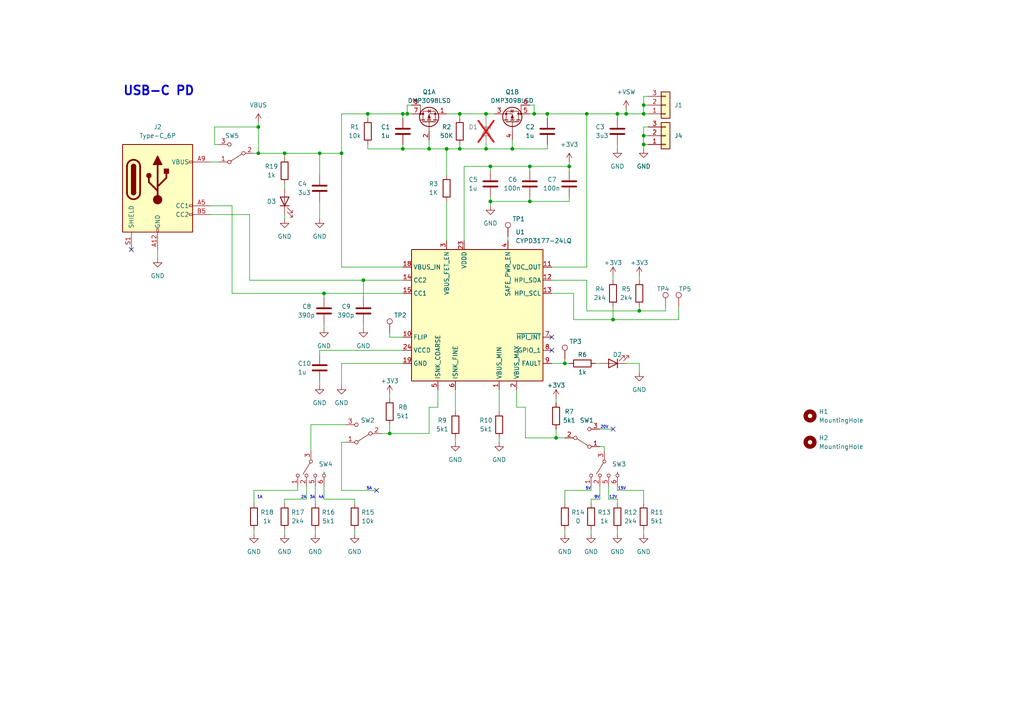
<source format=kicad_sch>
(kicad_sch (version 20230121) (generator eeschema)

  (uuid 7a0fdebc-b9ff-4280-abf0-a851523e485e)

  (paper "A4")

  (title_block
    (title "USB-C Power Delivery Board")
    (rev "V2.0")
    (company "Potpurri")
  )

  (lib_symbols
    (symbol "Connector:TestPoint" (pin_numbers hide) (pin_names (offset 0.762) hide) (in_bom yes) (on_board yes)
      (property "Reference" "TP" (at 0 6.858 0)
        (effects (font (size 1.27 1.27)))
      )
      (property "Value" "TestPoint" (at 0 5.08 0)
        (effects (font (size 1.27 1.27)))
      )
      (property "Footprint" "" (at 5.08 0 0)
        (effects (font (size 1.27 1.27)) hide)
      )
      (property "Datasheet" "~" (at 5.08 0 0)
        (effects (font (size 1.27 1.27)) hide)
      )
      (property "ki_keywords" "test point tp" (at 0 0 0)
        (effects (font (size 1.27 1.27)) hide)
      )
      (property "ki_description" "test point" (at 0 0 0)
        (effects (font (size 1.27 1.27)) hide)
      )
      (property "ki_fp_filters" "Pin* Test*" (at 0 0 0)
        (effects (font (size 1.27 1.27)) hide)
      )
      (symbol "TestPoint_0_1"
        (circle (center 0 3.302) (radius 0.762)
          (stroke (width 0) (type default))
          (fill (type none))
        )
      )
      (symbol "TestPoint_1_1"
        (pin passive line (at 0 0 90) (length 2.54)
          (name "1" (effects (font (size 1.27 1.27))))
          (number "1" (effects (font (size 1.27 1.27))))
        )
      )
    )
    (symbol "Connector:USB_C_Receptacle_PowerOnly_6P" (pin_names (offset 1.016)) (in_bom yes) (on_board yes)
      (property "Reference" "J" (at 0 16.51 0)
        (effects (font (size 1.27 1.27)) (justify bottom))
      )
      (property "Value" "USB_C_Receptacle_PowerOnly_6P" (at 0 13.97 0)
        (effects (font (size 1.27 1.27)) (justify bottom))
      )
      (property "Footprint" "" (at 3.81 2.54 0)
        (effects (font (size 1.27 1.27)) hide)
      )
      (property "Datasheet" "https://www.usb.org/sites/default/files/documents/usb_type-c.zip" (at 0 0 0)
        (effects (font (size 1.27 1.27)) hide)
      )
      (property "ki_keywords" "usb universal serial bus type-C power-only charging-only 6P 6C" (at 0 0 0)
        (effects (font (size 1.27 1.27)) hide)
      )
      (property "ki_description" "USB Power-Only 6P Type-C Receptacle connector" (at 0 0 0)
        (effects (font (size 1.27 1.27)) hide)
      )
      (property "ki_fp_filters" "USB*C*Receptacle*" (at 0 0 0)
        (effects (font (size 1.27 1.27)) hide)
      )
      (symbol "USB_C_Receptacle_PowerOnly_6P_0_0"
        (rectangle (start -0.254 -12.7) (end 0.254 -11.684)
          (stroke (width 0) (type default))
          (fill (type none))
        )
        (rectangle (start 10.16 -7.366) (end 9.144 -7.874)
          (stroke (width 0) (type default))
          (fill (type none))
        )
        (rectangle (start 10.16 -4.826) (end 9.144 -5.334)
          (stroke (width 0) (type default))
          (fill (type none))
        )
        (rectangle (start 10.16 7.874) (end 9.144 7.366)
          (stroke (width 0) (type default))
          (fill (type none))
        )
      )
      (symbol "USB_C_Receptacle_PowerOnly_6P_0_1"
        (rectangle (start -10.16 12.7) (end 10.16 -12.7)
          (stroke (width 0.254) (type default))
          (fill (type background))
        )
        (arc (start -8.89 -1.27) (mid -6.985 -3.1667) (end -5.08 -1.27)
          (stroke (width 0.508) (type default))
          (fill (type none))
        )
        (arc (start -7.62 -1.27) (mid -6.985 -1.9023) (end -6.35 -1.27)
          (stroke (width 0.254) (type default))
          (fill (type none))
        )
        (arc (start -7.62 -1.27) (mid -6.985 -1.9023) (end -6.35 -1.27)
          (stroke (width 0.254) (type default))
          (fill (type outline))
        )
        (rectangle (start -7.62 -1.27) (end -6.35 6.35)
          (stroke (width 0.254) (type default))
          (fill (type outline))
        )
        (arc (start -6.35 6.35) (mid -6.985 6.9823) (end -7.62 6.35)
          (stroke (width 0.254) (type default))
          (fill (type none))
        )
        (arc (start -6.35 6.35) (mid -6.985 6.9823) (end -7.62 6.35)
          (stroke (width 0.254) (type default))
          (fill (type outline))
        )
        (arc (start -5.08 6.35) (mid -6.985 8.2467) (end -8.89 6.35)
          (stroke (width 0.508) (type default))
          (fill (type none))
        )
        (circle (center -2.54 3.683) (radius 0.635)
          (stroke (width 0.254) (type default))
          (fill (type outline))
        )
        (circle (center 0 -3.302) (radius 1.27)
          (stroke (width 0) (type default))
          (fill (type outline))
        )
        (polyline
          (pts
            (xy -8.89 -1.27)
            (xy -8.89 6.35)
          )
          (stroke (width 0.508) (type default))
          (fill (type none))
        )
        (polyline
          (pts
            (xy -5.08 6.35)
            (xy -5.08 -1.27)
          )
          (stroke (width 0.508) (type default))
          (fill (type none))
        )
        (polyline
          (pts
            (xy 0 -3.302)
            (xy 0 6.858)
          )
          (stroke (width 0.508) (type default))
          (fill (type none))
        )
        (polyline
          (pts
            (xy 0 -0.762)
            (xy -2.54 1.778)
            (xy -2.54 3.048)
          )
          (stroke (width 0.508) (type default))
          (fill (type none))
        )
        (polyline
          (pts
            (xy 0 0.508)
            (xy 2.54 3.048)
            (xy 2.54 4.318)
          )
          (stroke (width 0.508) (type default))
          (fill (type none))
        )
        (polyline
          (pts
            (xy -1.27 6.858)
            (xy 0 9.398)
            (xy 1.27 6.858)
            (xy -1.27 6.858)
          )
          (stroke (width 0.254) (type default))
          (fill (type outline))
        )
        (rectangle (start 1.905 4.318) (end 3.175 5.588)
          (stroke (width 0.254) (type default))
          (fill (type outline))
        )
      )
      (symbol "USB_C_Receptacle_PowerOnly_6P_1_1"
        (pin passive line (at 0 -17.78 90) (length 5.08)
          (name "GND" (effects (font (size 1.27 1.27))))
          (number "A12" (effects (font (size 1.27 1.27))))
        )
        (pin bidirectional line (at 15.24 -5.08 180) (length 5.08)
          (name "CC1" (effects (font (size 1.27 1.27))))
          (number "A5" (effects (font (size 1.27 1.27))))
        )
        (pin passive line (at 15.24 7.62 180) (length 5.08)
          (name "VBUS" (effects (font (size 1.27 1.27))))
          (number "A9" (effects (font (size 1.27 1.27))))
        )
        (pin passive line (at 0 -17.78 90) (length 5.08) hide
          (name "GND" (effects (font (size 1.27 1.27))))
          (number "B12" (effects (font (size 1.27 1.27))))
        )
        (pin bidirectional line (at 15.24 -7.62 180) (length 5.08)
          (name "CC2" (effects (font (size 1.27 1.27))))
          (number "B5" (effects (font (size 1.27 1.27))))
        )
        (pin passive line (at 15.24 7.62 180) (length 5.08) hide
          (name "VBUS" (effects (font (size 1.27 1.27))))
          (number "B9" (effects (font (size 1.27 1.27))))
        )
        (pin passive line (at -7.62 -17.78 90) (length 5.08)
          (name "SHIELD" (effects (font (size 1.27 1.27))))
          (number "S1" (effects (font (size 1.27 1.27))))
        )
      )
    )
    (symbol "Connector_Generic:Conn_01x03" (pin_names (offset 1.016) hide) (in_bom yes) (on_board yes)
      (property "Reference" "J" (at 0 5.08 0)
        (effects (font (size 1.27 1.27)))
      )
      (property "Value" "Conn_01x03" (at 0 -5.08 0)
        (effects (font (size 1.27 1.27)))
      )
      (property "Footprint" "" (at 0 0 0)
        (effects (font (size 1.27 1.27)) hide)
      )
      (property "Datasheet" "~" (at 0 0 0)
        (effects (font (size 1.27 1.27)) hide)
      )
      (property "ki_keywords" "connector" (at 0 0 0)
        (effects (font (size 1.27 1.27)) hide)
      )
      (property "ki_description" "Generic connector, single row, 01x03, script generated (kicad-library-utils/schlib/autogen/connector/)" (at 0 0 0)
        (effects (font (size 1.27 1.27)) hide)
      )
      (property "ki_fp_filters" "Connector*:*_1x??_*" (at 0 0 0)
        (effects (font (size 1.27 1.27)) hide)
      )
      (symbol "Conn_01x03_1_1"
        (rectangle (start -1.27 -2.413) (end 0 -2.667)
          (stroke (width 0.1524) (type default))
          (fill (type none))
        )
        (rectangle (start -1.27 0.127) (end 0 -0.127)
          (stroke (width 0.1524) (type default))
          (fill (type none))
        )
        (rectangle (start -1.27 2.667) (end 0 2.413)
          (stroke (width 0.1524) (type default))
          (fill (type none))
        )
        (rectangle (start -1.27 3.81) (end 1.27 -3.81)
          (stroke (width 0.254) (type default))
          (fill (type background))
        )
        (pin passive line (at -5.08 2.54 0) (length 3.81)
          (name "Pin_1" (effects (font (size 1.27 1.27))))
          (number "1" (effects (font (size 1.27 1.27))))
        )
        (pin passive line (at -5.08 0 0) (length 3.81)
          (name "Pin_2" (effects (font (size 1.27 1.27))))
          (number "2" (effects (font (size 1.27 1.27))))
        )
        (pin passive line (at -5.08 -2.54 0) (length 3.81)
          (name "Pin_3" (effects (font (size 1.27 1.27))))
          (number "3" (effects (font (size 1.27 1.27))))
        )
      )
    )
    (symbol "Device:C" (pin_numbers hide) (pin_names (offset 0.254)) (in_bom yes) (on_board yes)
      (property "Reference" "C" (at 0.635 2.54 0)
        (effects (font (size 1.27 1.27)) (justify left))
      )
      (property "Value" "C" (at 0.635 -2.54 0)
        (effects (font (size 1.27 1.27)) (justify left))
      )
      (property "Footprint" "" (at 0.9652 -3.81 0)
        (effects (font (size 1.27 1.27)) hide)
      )
      (property "Datasheet" "~" (at 0 0 0)
        (effects (font (size 1.27 1.27)) hide)
      )
      (property "ki_keywords" "cap capacitor" (at 0 0 0)
        (effects (font (size 1.27 1.27)) hide)
      )
      (property "ki_description" "Unpolarized capacitor" (at 0 0 0)
        (effects (font (size 1.27 1.27)) hide)
      )
      (property "ki_fp_filters" "C_*" (at 0 0 0)
        (effects (font (size 1.27 1.27)) hide)
      )
      (symbol "C_0_1"
        (polyline
          (pts
            (xy -2.032 -0.762)
            (xy 2.032 -0.762)
          )
          (stroke (width 0.508) (type default))
          (fill (type none))
        )
        (polyline
          (pts
            (xy -2.032 0.762)
            (xy 2.032 0.762)
          )
          (stroke (width 0.508) (type default))
          (fill (type none))
        )
      )
      (symbol "C_1_1"
        (pin passive line (at 0 3.81 270) (length 2.794)
          (name "~" (effects (font (size 1.27 1.27))))
          (number "1" (effects (font (size 1.27 1.27))))
        )
        (pin passive line (at 0 -3.81 90) (length 2.794)
          (name "~" (effects (font (size 1.27 1.27))))
          (number "2" (effects (font (size 1.27 1.27))))
        )
      )
    )
    (symbol "Device:D_Zener" (pin_numbers hide) (pin_names (offset 1.016) hide) (in_bom yes) (on_board yes)
      (property "Reference" "D" (at 0 2.54 0)
        (effects (font (size 1.27 1.27)))
      )
      (property "Value" "D_Zener" (at 0 -2.54 0)
        (effects (font (size 1.27 1.27)))
      )
      (property "Footprint" "" (at 0 0 0)
        (effects (font (size 1.27 1.27)) hide)
      )
      (property "Datasheet" "~" (at 0 0 0)
        (effects (font (size 1.27 1.27)) hide)
      )
      (property "ki_keywords" "diode" (at 0 0 0)
        (effects (font (size 1.27 1.27)) hide)
      )
      (property "ki_description" "Zener diode" (at 0 0 0)
        (effects (font (size 1.27 1.27)) hide)
      )
      (property "ki_fp_filters" "TO-???* *_Diode_* *SingleDiode* D_*" (at 0 0 0)
        (effects (font (size 1.27 1.27)) hide)
      )
      (symbol "D_Zener_0_1"
        (polyline
          (pts
            (xy 1.27 0)
            (xy -1.27 0)
          )
          (stroke (width 0) (type default))
          (fill (type none))
        )
        (polyline
          (pts
            (xy -1.27 -1.27)
            (xy -1.27 1.27)
            (xy -0.762 1.27)
          )
          (stroke (width 0.254) (type default))
          (fill (type none))
        )
        (polyline
          (pts
            (xy 1.27 -1.27)
            (xy 1.27 1.27)
            (xy -1.27 0)
            (xy 1.27 -1.27)
          )
          (stroke (width 0.254) (type default))
          (fill (type none))
        )
      )
      (symbol "D_Zener_1_1"
        (pin passive line (at -3.81 0 0) (length 2.54)
          (name "K" (effects (font (size 1.27 1.27))))
          (number "1" (effects (font (size 1.27 1.27))))
        )
        (pin passive line (at 3.81 0 180) (length 2.54)
          (name "A" (effects (font (size 1.27 1.27))))
          (number "2" (effects (font (size 1.27 1.27))))
        )
      )
    )
    (symbol "Device:LED" (pin_numbers hide) (pin_names (offset 1.016) hide) (in_bom yes) (on_board yes)
      (property "Reference" "D" (at 0 2.54 0)
        (effects (font (size 1.27 1.27)))
      )
      (property "Value" "LED" (at 0 -2.54 0)
        (effects (font (size 1.27 1.27)))
      )
      (property "Footprint" "" (at 0 0 0)
        (effects (font (size 1.27 1.27)) hide)
      )
      (property "Datasheet" "~" (at 0 0 0)
        (effects (font (size 1.27 1.27)) hide)
      )
      (property "ki_keywords" "LED diode" (at 0 0 0)
        (effects (font (size 1.27 1.27)) hide)
      )
      (property "ki_description" "Light emitting diode" (at 0 0 0)
        (effects (font (size 1.27 1.27)) hide)
      )
      (property "ki_fp_filters" "LED* LED_SMD:* LED_THT:*" (at 0 0 0)
        (effects (font (size 1.27 1.27)) hide)
      )
      (symbol "LED_0_1"
        (polyline
          (pts
            (xy -1.27 -1.27)
            (xy -1.27 1.27)
          )
          (stroke (width 0.254) (type default))
          (fill (type none))
        )
        (polyline
          (pts
            (xy -1.27 0)
            (xy 1.27 0)
          )
          (stroke (width 0) (type default))
          (fill (type none))
        )
        (polyline
          (pts
            (xy 1.27 -1.27)
            (xy 1.27 1.27)
            (xy -1.27 0)
            (xy 1.27 -1.27)
          )
          (stroke (width 0.254) (type default))
          (fill (type none))
        )
        (polyline
          (pts
            (xy -3.048 -0.762)
            (xy -4.572 -2.286)
            (xy -3.81 -2.286)
            (xy -4.572 -2.286)
            (xy -4.572 -1.524)
          )
          (stroke (width 0) (type default))
          (fill (type none))
        )
        (polyline
          (pts
            (xy -1.778 -0.762)
            (xy -3.302 -2.286)
            (xy -2.54 -2.286)
            (xy -3.302 -2.286)
            (xy -3.302 -1.524)
          )
          (stroke (width 0) (type default))
          (fill (type none))
        )
      )
      (symbol "LED_1_1"
        (pin passive line (at -3.81 0 0) (length 2.54)
          (name "K" (effects (font (size 1.27 1.27))))
          (number "1" (effects (font (size 1.27 1.27))))
        )
        (pin passive line (at 3.81 0 180) (length 2.54)
          (name "A" (effects (font (size 1.27 1.27))))
          (number "2" (effects (font (size 1.27 1.27))))
        )
      )
    )
    (symbol "Device:Q_Dual_PMOS_S1G1S2G2D2D2D1D1" (pin_names (offset 0) hide) (in_bom yes) (on_board yes)
      (property "Reference" "Q" (at 6.35 1.27 0)
        (effects (font (size 1.27 1.27)))
      )
      (property "Value" "Q_Dual_PMOS_S1G1S2G2D2D2D1D1" (at 21.59 -1.27 0)
        (effects (font (size 1.27 1.27)))
      )
      (property "Footprint" "" (at 1.27 0 0)
        (effects (font (size 1.27 1.27)) hide)
      )
      (property "Datasheet" "~" (at 1.27 0 0)
        (effects (font (size 1.27 1.27)) hide)
      )
      (property "ki_keywords" "transistor PMOS P-MOS P-MOSFET" (at 0 0 0)
        (effects (font (size 1.27 1.27)) hide)
      )
      (property "ki_description" "Dual PMOS transistor, 8 pin package" (at 0 0 0)
        (effects (font (size 1.27 1.27)) hide)
      )
      (property "ki_fp_filters" "SO*" (at 0 0 0)
        (effects (font (size 1.27 1.27)) hide)
      )
      (symbol "Q_Dual_PMOS_S1G1S2G2D2D2D1D1_0_1"
        (polyline
          (pts
            (xy 0.254 0)
            (xy -2.54 0)
          )
          (stroke (width 0) (type default))
          (fill (type none))
        )
        (polyline
          (pts
            (xy 0.254 1.905)
            (xy 0.254 -1.905)
          )
          (stroke (width 0.254) (type default))
          (fill (type none))
        )
        (polyline
          (pts
            (xy 0.762 -1.27)
            (xy 0.762 -2.286)
          )
          (stroke (width 0.254) (type default))
          (fill (type none))
        )
        (polyline
          (pts
            (xy 0.762 0.508)
            (xy 0.762 -0.508)
          )
          (stroke (width 0.254) (type default))
          (fill (type none))
        )
        (polyline
          (pts
            (xy 0.762 2.286)
            (xy 0.762 1.27)
          )
          (stroke (width 0.254) (type default))
          (fill (type none))
        )
        (polyline
          (pts
            (xy 2.54 2.54)
            (xy 2.54 1.778)
          )
          (stroke (width 0) (type default))
          (fill (type none))
        )
        (polyline
          (pts
            (xy 2.54 -2.54)
            (xy 2.54 0)
            (xy 0.762 0)
          )
          (stroke (width 0) (type default))
          (fill (type none))
        )
        (polyline
          (pts
            (xy 0.762 1.778)
            (xy 3.302 1.778)
            (xy 3.302 -1.778)
            (xy 0.762 -1.778)
          )
          (stroke (width 0) (type default))
          (fill (type none))
        )
        (polyline
          (pts
            (xy 2.286 0)
            (xy 1.27 0.381)
            (xy 1.27 -0.381)
            (xy 2.286 0)
          )
          (stroke (width 0) (type default))
          (fill (type outline))
        )
        (polyline
          (pts
            (xy 2.794 -0.508)
            (xy 2.921 -0.381)
            (xy 3.683 -0.381)
            (xy 3.81 -0.254)
          )
          (stroke (width 0) (type default))
          (fill (type none))
        )
        (polyline
          (pts
            (xy 3.302 -0.381)
            (xy 2.921 0.254)
            (xy 3.683 0.254)
            (xy 3.302 -0.381)
          )
          (stroke (width 0) (type default))
          (fill (type none))
        )
        (circle (center 1.651 0) (radius 2.794)
          (stroke (width 0.254) (type default))
          (fill (type none))
        )
        (circle (center 2.54 -1.778) (radius 0.254)
          (stroke (width 0) (type default))
          (fill (type outline))
        )
        (circle (center 2.54 1.778) (radius 0.254)
          (stroke (width 0) (type default))
          (fill (type outline))
        )
        (circle (center 2.54 2.54) (radius 0.254)
          (stroke (width 0) (type default))
          (fill (type outline))
        )
        (rectangle (start 5.08 2.54) (end 2.54 2.54)
          (stroke (width 0) (type default))
          (fill (type none))
        )
      )
      (symbol "Q_Dual_PMOS_S1G1S2G2D2D2D1D1_1_1"
        (pin passive line (at 2.54 -5.08 90) (length 2.54)
          (name "S" (effects (font (size 1.27 1.27))))
          (number "1" (effects (font (size 1.27 1.27))))
        )
        (pin input line (at -5.08 0 0) (length 2.54)
          (name "G" (effects (font (size 1.27 1.27))))
          (number "2" (effects (font (size 1.27 1.27))))
        )
        (pin passive line (at 2.54 5.08 270) (length 2.54)
          (name "D" (effects (font (size 1.27 1.27))))
          (number "7" (effects (font (size 1.27 1.27))))
        )
        (pin passive line (at 5.08 5.08 270) (length 2.54)
          (name "G" (effects (font (size 1.27 1.27))))
          (number "8" (effects (font (size 1.27 1.27))))
        )
      )
      (symbol "Q_Dual_PMOS_S1G1S2G2D2D2D1D1_2_1"
        (pin passive line (at 2.54 -5.08 90) (length 2.54)
          (name "S" (effects (font (size 1.27 1.27))))
          (number "3" (effects (font (size 1.27 1.27))))
        )
        (pin input line (at -5.08 0 0) (length 2.54)
          (name "G" (effects (font (size 1.27 1.27))))
          (number "4" (effects (font (size 1.27 1.27))))
        )
        (pin passive line (at 2.54 5.08 270) (length 2.54)
          (name "D" (effects (font (size 1.27 1.27))))
          (number "5" (effects (font (size 1.27 1.27))))
        )
        (pin passive line (at 5.08 5.08 270) (length 2.54)
          (name "G" (effects (font (size 1.27 1.27))))
          (number "6" (effects (font (size 1.27 1.27))))
        )
      )
    )
    (symbol "Device:R" (pin_numbers hide) (pin_names (offset 0)) (in_bom yes) (on_board yes)
      (property "Reference" "R" (at 2.032 0 90)
        (effects (font (size 1.27 1.27)))
      )
      (property "Value" "R" (at 0 0 90)
        (effects (font (size 1.27 1.27)))
      )
      (property "Footprint" "" (at -1.778 0 90)
        (effects (font (size 1.27 1.27)) hide)
      )
      (property "Datasheet" "~" (at 0 0 0)
        (effects (font (size 1.27 1.27)) hide)
      )
      (property "ki_keywords" "R res resistor" (at 0 0 0)
        (effects (font (size 1.27 1.27)) hide)
      )
      (property "ki_description" "Resistor" (at 0 0 0)
        (effects (font (size 1.27 1.27)) hide)
      )
      (property "ki_fp_filters" "R_*" (at 0 0 0)
        (effects (font (size 1.27 1.27)) hide)
      )
      (symbol "R_0_1"
        (rectangle (start -1.016 -2.54) (end 1.016 2.54)
          (stroke (width 0.254) (type default))
          (fill (type none))
        )
      )
      (symbol "R_1_1"
        (pin passive line (at 0 3.81 270) (length 1.27)
          (name "~" (effects (font (size 1.27 1.27))))
          (number "1" (effects (font (size 1.27 1.27))))
        )
        (pin passive line (at 0 -3.81 90) (length 1.27)
          (name "~" (effects (font (size 1.27 1.27))))
          (number "2" (effects (font (size 1.27 1.27))))
        )
      )
    )
    (symbol "Mechanical:MountingHole" (pin_names (offset 1.016)) (in_bom yes) (on_board yes)
      (property "Reference" "H" (at 0 5.08 0)
        (effects (font (size 1.27 1.27)))
      )
      (property "Value" "MountingHole" (at 0 3.175 0)
        (effects (font (size 1.27 1.27)))
      )
      (property "Footprint" "" (at 0 0 0)
        (effects (font (size 1.27 1.27)) hide)
      )
      (property "Datasheet" "~" (at 0 0 0)
        (effects (font (size 1.27 1.27)) hide)
      )
      (property "ki_keywords" "mounting hole" (at 0 0 0)
        (effects (font (size 1.27 1.27)) hide)
      )
      (property "ki_description" "Mounting Hole without connection" (at 0 0 0)
        (effects (font (size 1.27 1.27)) hide)
      )
      (property "ki_fp_filters" "MountingHole*" (at 0 0 0)
        (effects (font (size 1.27 1.27)) hide)
      )
      (symbol "MountingHole_0_1"
        (circle (center 0 0) (radius 1.27)
          (stroke (width 1.27) (type default))
          (fill (type none))
        )
      )
    )
    (symbol "New_Library:CYPD3177" (in_bom yes) (on_board yes)
      (property "Reference" "U" (at -17.78 20.32 0)
        (effects (font (size 1.27 1.27)))
      )
      (property "Value" "CYPD3177-24LQ" (at 20.32 -21.59 0)
        (effects (font (size 1.27 1.27)))
      )
      (property "Footprint" "Package_DFN_QFN:QFN-24-1EP_4x4mm_P0.5mm_EP2.75x2.75mm" (at 0 0 0)
        (effects (font (size 1.27 1.27)) hide)
      )
      (property "Datasheet" "https://www.infineon.com/dgdl/Infineon-EZ-PD_BCR_Datasheet_USB_Type-C_Port_Controller_for_Power_Sinks-DataSheet-v03_00-EN.pdf?fileId=8ac78c8c7d0d8da4017d0ee7ce9d70ad" (at 0 0 0)
        (effects (font (size 1.27 1.27)) hide)
      )
      (symbol "CYPD3177_1_1"
        (rectangle (start -19.05 19.05) (end 19.05 -19.05)
          (stroke (width 0.254) (type default))
          (fill (type background))
        )
        (pin input line (at 6.35 -21.59 90) (length 2.54)
          (name "VBUS_MIN" (effects (font (size 1.27 1.27))))
          (number "1" (effects (font (size 1.27 1.27))))
        )
        (pin output line (at -21.59 -6.35 0) (length 2.54)
          (name "FLIP" (effects (font (size 1.27 1.27))))
          (number "10" (effects (font (size 1.27 1.27))))
        )
        (pin output line (at 21.59 13.97 180) (length 2.54)
          (name "VDC_OUT" (effects (font (size 1.27 1.27))))
          (number "11" (effects (font (size 1.27 1.27))))
        )
        (pin bidirectional line (at 21.59 10.16 180) (length 2.54)
          (name "HPI_SDA" (effects (font (size 1.27 1.27))))
          (number "12" (effects (font (size 1.27 1.27))))
        )
        (pin bidirectional line (at 21.59 6.35 180) (length 2.54)
          (name "HPI_SCL" (effects (font (size 1.27 1.27))))
          (number "13" (effects (font (size 1.27 1.27))))
        )
        (pin bidirectional line (at -21.59 10.16 0) (length 2.54)
          (name "CC2" (effects (font (size 1.27 1.27))))
          (number "14" (effects (font (size 1.27 1.27))))
        )
        (pin bidirectional line (at -21.59 6.35 0) (length 2.54)
          (name "CC1" (effects (font (size 1.27 1.27))))
          (number "15" (effects (font (size 1.27 1.27))))
        )
        (pin no_connect line (at -19.05 -1.27 0) (length 2.54) hide
          (name "NC" (effects (font (size 1.27 1.27))))
          (number "16" (effects (font (size 1.27 1.27))))
        )
        (pin no_connect line (at -19.05 1.27 0) (length 2.54) hide
          (name "NC" (effects (font (size 1.27 1.27))))
          (number "17" (effects (font (size 1.27 1.27))))
        )
        (pin power_in line (at -21.59 13.97 0) (length 2.54)
          (name "VBUS_IN" (effects (font (size 1.27 1.27))))
          (number "18" (effects (font (size 1.27 1.27))))
        )
        (pin power_in line (at -21.59 -13.97 0) (length 2.54)
          (name "GND" (effects (font (size 1.27 1.27))))
          (number "19" (effects (font (size 1.27 1.27))))
        )
        (pin input line (at 11.43 -21.59 90) (length 2.54)
          (name "VBUS_MAX" (effects (font (size 1.27 1.27))))
          (number "2" (effects (font (size 1.27 1.27))))
        )
        (pin no_connect line (at 19.05 1.27 180) (length 2.54) hide
          (name "NC" (effects (font (size 1.27 1.27))))
          (number "20" (effects (font (size 1.27 1.27))))
        )
        (pin no_connect line (at 19.05 -1.27 180) (length 2.54) hide
          (name "NC" (effects (font (size 1.27 1.27))))
          (number "21" (effects (font (size 1.27 1.27))))
        )
        (pin passive line (at -21.59 -13.97 0) (length 2.54) hide
          (name "GND" (effects (font (size 1.27 1.27))))
          (number "22" (effects (font (size 1.27 1.27))))
        )
        (pin power_out line (at -3.81 21.59 270) (length 2.54)
          (name "VDDD" (effects (font (size 1.27 1.27))))
          (number "23" (effects (font (size 1.27 1.27))))
        )
        (pin power_out line (at -21.59 -10.16 0) (length 2.54)
          (name "VCCD" (effects (font (size 1.27 1.27))))
          (number "24" (effects (font (size 1.27 1.27))))
        )
        (pin passive line (at -21.59 -13.97 0) (length 2.54) hide
          (name "GND" (effects (font (size 1.27 1.27))))
          (number "25" (effects (font (size 1.27 1.27))))
        )
        (pin output line (at -8.89 21.59 270) (length 2.54)
          (name "VBUS_FET_EN" (effects (font (size 1.27 1.27))))
          (number "3" (effects (font (size 1.27 1.27))))
        )
        (pin output line (at 8.89 21.59 270) (length 2.54)
          (name "SAFE_PWR_EN" (effects (font (size 1.27 1.27))))
          (number "4" (effects (font (size 1.27 1.27))))
        )
        (pin input line (at -11.43 -21.59 90) (length 2.54)
          (name "ISNK_COARSE" (effects (font (size 1.27 1.27))))
          (number "5" (effects (font (size 1.27 1.27))))
        )
        (pin input line (at -6.35 -21.59 90) (length 2.54)
          (name "ISNK_FINE" (effects (font (size 1.27 1.27))))
          (number "6" (effects (font (size 1.27 1.27))))
        )
        (pin input line (at 21.59 -6.35 180) (length 2.54)
          (name "~{HPI_INT}" (effects (font (size 1.27 1.27))))
          (number "7" (effects (font (size 1.27 1.27))))
        )
        (pin bidirectional line (at 21.59 -10.16 180) (length 2.54)
          (name "GPIO_1" (effects (font (size 1.27 1.27))))
          (number "8" (effects (font (size 1.27 1.27))))
        )
        (pin output line (at 21.59 -13.97 180) (length 2.54)
          (name "FAULT" (effects (font (size 1.27 1.27))))
          (number "9" (effects (font (size 1.27 1.27))))
        )
      )
    )
    (symbol "New_Library:SW_SP4T" (in_bom yes) (on_board yes)
      (property "Reference" "SW" (at 0 -2.54 0)
        (effects (font (size 1.27 1.27)))
      )
      (property "Value" "" (at 0 0 0)
        (effects (font (size 1.27 1.27)))
      )
      (property "Footprint" "" (at 0 0 0)
        (effects (font (size 1.27 1.27)) hide)
      )
      (property "Datasheet" "" (at 0 0 0)
        (effects (font (size 1.27 1.27)) hide)
      )
      (symbol "SW_SP4T_0_1"
        (circle (center -3.302 3.81) (radius 0.4572)
          (stroke (width 0) (type default))
          (fill (type none))
        )
        (polyline
          (pts
            (xy -2.921 4.064)
            (xy 0.381 6.096)
          )
          (stroke (width 0) (type default))
          (fill (type none))
        )
        (circle (center 0.762 0) (radius 0.4572)
          (stroke (width 0) (type default))
          (fill (type none))
        )
        (circle (center 0.762 2.54) (radius 0.4572)
          (stroke (width 0) (type default))
          (fill (type none))
        )
        (circle (center 0.762 5.08) (radius 0.4572)
          (stroke (width 0) (type default))
          (fill (type none))
        )
        (circle (center 0.762 7.62) (radius 0.4572)
          (stroke (width 0) (type default))
          (fill (type none))
        )
      )
      (symbol "SW_SP4T_1_1"
        (pin passive line (at 3.81 7.62 180) (length 2.54)
          (name "" (effects (font (size 1.27 1.27))))
          (number "1" (effects (font (size 1.27 1.27))))
        )
        (pin passive line (at 3.81 5.08 180) (length 2.54)
          (name "" (effects (font (size 1.27 1.27))))
          (number "2" (effects (font (size 1.27 1.27))))
        )
        (pin passive line (at -6.35 3.81 0) (length 2.54)
          (name "" (effects (font (size 1.27 1.27))))
          (number "3" (effects (font (size 1.27 1.27))))
        )
        (pin passive line (at -6.35 3.81 0) (length 2.54) hide
          (name "" (effects (font (size 1.27 1.27))))
          (number "4" (effects (font (size 1.27 1.27))))
        )
        (pin passive line (at 3.81 2.54 180) (length 2.54)
          (name "" (effects (font (size 1.27 1.27))))
          (number "5" (effects (font (size 1.27 1.27))))
        )
        (pin passive line (at 3.81 0 180) (length 2.54)
          (name "" (effects (font (size 1.27 1.27))))
          (number "6" (effects (font (size 1.27 1.27))))
        )
      )
    )
    (symbol "Switch:SW_SPDT" (pin_names (offset 0) hide) (in_bom yes) (on_board yes)
      (property "Reference" "SW" (at 0 4.318 0)
        (effects (font (size 1.27 1.27)))
      )
      (property "Value" "SW_SPDT" (at 0 -5.08 0)
        (effects (font (size 1.27 1.27)))
      )
      (property "Footprint" "" (at 0 0 0)
        (effects (font (size 1.27 1.27)) hide)
      )
      (property "Datasheet" "~" (at 0 0 0)
        (effects (font (size 1.27 1.27)) hide)
      )
      (property "ki_keywords" "switch single-pole double-throw spdt ON-ON" (at 0 0 0)
        (effects (font (size 1.27 1.27)) hide)
      )
      (property "ki_description" "Switch, single pole double throw" (at 0 0 0)
        (effects (font (size 1.27 1.27)) hide)
      )
      (symbol "SW_SPDT_0_0"
        (circle (center -2.032 0) (radius 0.508)
          (stroke (width 0) (type default))
          (fill (type none))
        )
        (circle (center 2.032 -2.54) (radius 0.508)
          (stroke (width 0) (type default))
          (fill (type none))
        )
      )
      (symbol "SW_SPDT_0_1"
        (polyline
          (pts
            (xy -1.524 0.254)
            (xy 1.651 2.286)
          )
          (stroke (width 0) (type default))
          (fill (type none))
        )
        (circle (center 2.032 2.54) (radius 0.508)
          (stroke (width 0) (type default))
          (fill (type none))
        )
      )
      (symbol "SW_SPDT_1_1"
        (pin passive line (at 5.08 2.54 180) (length 2.54)
          (name "A" (effects (font (size 1.27 1.27))))
          (number "1" (effects (font (size 1.27 1.27))))
        )
        (pin passive line (at -5.08 0 0) (length 2.54)
          (name "B" (effects (font (size 1.27 1.27))))
          (number "2" (effects (font (size 1.27 1.27))))
        )
        (pin passive line (at 5.08 -2.54 180) (length 2.54)
          (name "C" (effects (font (size 1.27 1.27))))
          (number "3" (effects (font (size 1.27 1.27))))
        )
      )
    )
    (symbol "power:+3V3" (power) (pin_names (offset 0)) (in_bom yes) (on_board yes)
      (property "Reference" "#PWR" (at 0 -3.81 0)
        (effects (font (size 1.27 1.27)) hide)
      )
      (property "Value" "+3V3" (at 0 3.556 0)
        (effects (font (size 1.27 1.27)))
      )
      (property "Footprint" "" (at 0 0 0)
        (effects (font (size 1.27 1.27)) hide)
      )
      (property "Datasheet" "" (at 0 0 0)
        (effects (font (size 1.27 1.27)) hide)
      )
      (property "ki_keywords" "global power" (at 0 0 0)
        (effects (font (size 1.27 1.27)) hide)
      )
      (property "ki_description" "Power symbol creates a global label with name \"+3V3\"" (at 0 0 0)
        (effects (font (size 1.27 1.27)) hide)
      )
      (symbol "+3V3_0_1"
        (polyline
          (pts
            (xy -0.762 1.27)
            (xy 0 2.54)
          )
          (stroke (width 0) (type default))
          (fill (type none))
        )
        (polyline
          (pts
            (xy 0 0)
            (xy 0 2.54)
          )
          (stroke (width 0) (type default))
          (fill (type none))
        )
        (polyline
          (pts
            (xy 0 2.54)
            (xy 0.762 1.27)
          )
          (stroke (width 0) (type default))
          (fill (type none))
        )
      )
      (symbol "+3V3_1_1"
        (pin power_in line (at 0 0 90) (length 0) hide
          (name "+3V3" (effects (font (size 1.27 1.27))))
          (number "1" (effects (font (size 1.27 1.27))))
        )
      )
    )
    (symbol "power:+VSW" (power) (pin_names (offset 0)) (in_bom yes) (on_board yes)
      (property "Reference" "#PWR" (at 0 -3.81 0)
        (effects (font (size 1.27 1.27)) hide)
      )
      (property "Value" "+VSW" (at 0 3.556 0)
        (effects (font (size 1.27 1.27)))
      )
      (property "Footprint" "" (at 0 0 0)
        (effects (font (size 1.27 1.27)) hide)
      )
      (property "Datasheet" "" (at 0 0 0)
        (effects (font (size 1.27 1.27)) hide)
      )
      (property "ki_keywords" "global power" (at 0 0 0)
        (effects (font (size 1.27 1.27)) hide)
      )
      (property "ki_description" "Power symbol creates a global label with name \"+VSW\"" (at 0 0 0)
        (effects (font (size 1.27 1.27)) hide)
      )
      (symbol "+VSW_0_1"
        (polyline
          (pts
            (xy -0.762 1.27)
            (xy 0 2.54)
          )
          (stroke (width 0) (type default))
          (fill (type none))
        )
        (polyline
          (pts
            (xy 0 0)
            (xy 0 2.54)
          )
          (stroke (width 0) (type default))
          (fill (type none))
        )
        (polyline
          (pts
            (xy 0 2.54)
            (xy 0.762 1.27)
          )
          (stroke (width 0) (type default))
          (fill (type none))
        )
      )
      (symbol "+VSW_1_1"
        (pin power_in line (at 0 0 90) (length 0) hide
          (name "+VSW" (effects (font (size 1.27 1.27))))
          (number "1" (effects (font (size 1.27 1.27))))
        )
      )
    )
    (symbol "power:GND" (power) (pin_names (offset 0)) (in_bom yes) (on_board yes)
      (property "Reference" "#PWR" (at 0 -6.35 0)
        (effects (font (size 1.27 1.27)) hide)
      )
      (property "Value" "GND" (at 0 -3.81 0)
        (effects (font (size 1.27 1.27)))
      )
      (property "Footprint" "" (at 0 0 0)
        (effects (font (size 1.27 1.27)) hide)
      )
      (property "Datasheet" "" (at 0 0 0)
        (effects (font (size 1.27 1.27)) hide)
      )
      (property "ki_keywords" "global power" (at 0 0 0)
        (effects (font (size 1.27 1.27)) hide)
      )
      (property "ki_description" "Power symbol creates a global label with name \"GND\" , ground" (at 0 0 0)
        (effects (font (size 1.27 1.27)) hide)
      )
      (symbol "GND_0_1"
        (polyline
          (pts
            (xy 0 0)
            (xy 0 -1.27)
            (xy 1.27 -1.27)
            (xy 0 -2.54)
            (xy -1.27 -1.27)
            (xy 0 -1.27)
          )
          (stroke (width 0) (type default))
          (fill (type none))
        )
      )
      (symbol "GND_1_1"
        (pin power_in line (at 0 0 270) (length 0) hide
          (name "GND" (effects (font (size 1.27 1.27))))
          (number "1" (effects (font (size 1.27 1.27))))
        )
      )
    )
    (symbol "power:VBUS" (power) (pin_names (offset 0)) (in_bom yes) (on_board yes)
      (property "Reference" "#PWR" (at 0 -3.81 0)
        (effects (font (size 1.27 1.27)) hide)
      )
      (property "Value" "VBUS" (at 0 3.81 0)
        (effects (font (size 1.27 1.27)))
      )
      (property "Footprint" "" (at 0 0 0)
        (effects (font (size 1.27 1.27)) hide)
      )
      (property "Datasheet" "" (at 0 0 0)
        (effects (font (size 1.27 1.27)) hide)
      )
      (property "ki_keywords" "global power" (at 0 0 0)
        (effects (font (size 1.27 1.27)) hide)
      )
      (property "ki_description" "Power symbol creates a global label with name \"VBUS\"" (at 0 0 0)
        (effects (font (size 1.27 1.27)) hide)
      )
      (symbol "VBUS_0_1"
        (polyline
          (pts
            (xy -0.762 1.27)
            (xy 0 2.54)
          )
          (stroke (width 0) (type default))
          (fill (type none))
        )
        (polyline
          (pts
            (xy 0 0)
            (xy 0 2.54)
          )
          (stroke (width 0) (type default))
          (fill (type none))
        )
        (polyline
          (pts
            (xy 0 2.54)
            (xy 0.762 1.27)
          )
          (stroke (width 0) (type default))
          (fill (type none))
        )
      )
      (symbol "VBUS_1_1"
        (pin power_in line (at 0 0 90) (length 0) hide
          (name "VBUS" (effects (font (size 1.27 1.27))))
          (number "1" (effects (font (size 1.27 1.27))))
        )
      )
    )
  )

  (junction (at 153.67 58.42) (diameter 0) (color 0 0 0 0)
    (uuid 19fcf285-734d-4034-98ae-6ed8d8be8084)
  )
  (junction (at 165.1 48.26) (diameter 0) (color 0 0 0 0)
    (uuid 1e2dedd7-a40a-4d81-a040-3e558d669a32)
  )
  (junction (at 142.24 58.42) (diameter 0) (color 0 0 0 0)
    (uuid 2bcaecd4-0c30-4da8-9265-e86b78aeee0e)
  )
  (junction (at 161.29 127) (diameter 0) (color 0 0 0 0)
    (uuid 3ad6f2bd-f707-43f8-82c1-e17c9a96c05a)
  )
  (junction (at 140.97 33.02) (diameter 0) (color 0 0 0 0)
    (uuid 430ef659-8a45-4f3f-9ff1-9b131fd7438d)
  )
  (junction (at 186.69 33.02) (diameter 0) (color 0 0 0 0)
    (uuid 45364d19-3d69-41d3-a697-62b4faeac5e2)
  )
  (junction (at 116.84 33.02) (diameter 0) (color 0 0 0 0)
    (uuid 5b61c7bd-dee2-4248-8ee0-b169b413442f)
  )
  (junction (at 106.68 33.02) (diameter 0) (color 0 0 0 0)
    (uuid 646d64ef-c17b-4203-b3c8-731e039f883f)
  )
  (junction (at 92.71 44.45) (diameter 0) (color 0 0 0 0)
    (uuid 6a46b87d-e701-4ec9-836b-55bf27638862)
  )
  (junction (at 140.97 43.18) (diameter 0) (color 0 0 0 0)
    (uuid 70bac1d9-ec5b-4640-b10b-77ef736dedae)
  )
  (junction (at 163.83 105.41) (diameter 0) (color 0 0 0 0)
    (uuid 74dc2356-0ae5-480a-9deb-f969bfbabbb8)
  )
  (junction (at 154.94 33.02) (diameter 0) (color 0 0 0 0)
    (uuid 77528955-2726-4fa4-ae2c-120de6295d72)
  )
  (junction (at 181.61 33.02) (diameter 0) (color 0 0 0 0)
    (uuid 78ed8a1d-7cac-4ec9-bff5-f0fb6157fca5)
  )
  (junction (at 185.42 90.17) (diameter 0) (color 0 0 0 0)
    (uuid 7a3daa5e-29b9-4000-a4eb-650de5143efb)
  )
  (junction (at 186.69 30.48) (diameter 0) (color 0 0 0 0)
    (uuid 7a4a45f7-3e4f-4310-96e8-87e23bfaeac9)
  )
  (junction (at 124.46 43.18) (diameter 0) (color 0 0 0 0)
    (uuid 7e3959b0-7c41-4b33-91e1-8f037049a5b2)
  )
  (junction (at 133.35 33.02) (diameter 0) (color 0 0 0 0)
    (uuid 7e655099-d624-4d16-b75a-baa105f3dcff)
  )
  (junction (at 129.54 43.18) (diameter 0) (color 0 0 0 0)
    (uuid 81005618-33cb-4149-a83e-affdec769d52)
  )
  (junction (at 133.35 43.18) (diameter 0) (color 0 0 0 0)
    (uuid 829aab3c-dec7-4fd0-bea0-b91e3c2654c3)
  )
  (junction (at 116.84 43.18) (diameter 0) (color 0 0 0 0)
    (uuid 849d5c9c-5584-457b-aeb6-6df7976fa1e5)
  )
  (junction (at 186.69 41.91) (diameter 0) (color 0 0 0 0)
    (uuid 87f08ac4-1090-41e0-b0d4-a1a3520b843b)
  )
  (junction (at 74.93 44.45) (diameter 0) (color 0 0 0 0)
    (uuid 8af3f9c5-a299-4615-bfef-365b752ec74e)
  )
  (junction (at 105.41 81.28) (diameter 0) (color 0 0 0 0)
    (uuid 91a133d1-4675-477d-83d9-4f22aea26354)
  )
  (junction (at 153.67 48.26) (diameter 0) (color 0 0 0 0)
    (uuid a67e44bd-4bac-464c-97dd-29a214b7bddc)
  )
  (junction (at 99.06 44.45) (diameter 0) (color 0 0 0 0)
    (uuid a90a196f-b7a4-42fc-9ebd-ed4b62e8c8b8)
  )
  (junction (at 177.8 92.71) (diameter 0) (color 0 0 0 0)
    (uuid aeedd422-b882-4568-9d98-9220a3c6ae08)
  )
  (junction (at 142.24 48.26) (diameter 0) (color 0 0 0 0)
    (uuid b7917fa2-4c7a-44ab-80a2-a6f4d9024b17)
  )
  (junction (at 158.75 33.02) (diameter 0) (color 0 0 0 0)
    (uuid bce367a6-1577-4dd0-91cb-557763555ad9)
  )
  (junction (at 186.69 39.37) (diameter 0) (color 0 0 0 0)
    (uuid bd518853-6cbf-4174-8ec0-b626572b48e7)
  )
  (junction (at 93.98 85.09) (diameter 0) (color 0 0 0 0)
    (uuid c3837f3b-3c17-49ec-9cde-b533e269eabd)
  )
  (junction (at 82.55 44.45) (diameter 0) (color 0 0 0 0)
    (uuid d2ba41a0-007f-4b80-927d-f611a7dc0a8a)
  )
  (junction (at 170.18 33.02) (diameter 0) (color 0 0 0 0)
    (uuid d59a5c6c-aed8-4f47-94f8-a8ca9e2e8503)
  )
  (junction (at 179.07 33.02) (diameter 0) (color 0 0 0 0)
    (uuid e27954f7-40bf-45fb-b721-e6bbe1ae0369)
  )
  (junction (at 118.11 33.02) (diameter 0) (color 0 0 0 0)
    (uuid ea7e25e7-4e22-4c15-bd9c-1fe9d327579a)
  )
  (junction (at 113.03 125.73) (diameter 0) (color 0 0 0 0)
    (uuid ebee10a4-1ae4-48b5-a6b6-4cff09b9c2fb)
  )
  (junction (at 148.59 43.18) (diameter 0) (color 0 0 0 0)
    (uuid f4bdd32f-251c-4bd5-ada1-b8ff3890dfd3)
  )
  (junction (at 74.93 36.83) (diameter 0) (color 0 0 0 0)
    (uuid f9fa6f04-9502-4135-b978-dcd699129b9c)
  )

  (no_connect (at 177.8 124.46) (uuid 052b5874-b106-43d1-9803-e8510d599256))
  (no_connect (at 160.02 101.6) (uuid 4698cc41-dc85-4df9-b5b1-a95939d26d88))
  (no_connect (at 109.22 142.24) (uuid 94f025e5-6598-4cc9-a6f1-200ca22720c4))
  (no_connect (at 38.1 72.39) (uuid 97717102-122e-48cd-85f3-23ea54829730))
  (no_connect (at 160.02 97.79) (uuid f0ccbda6-c3f7-4c19-b4b3-bc24fe280e7c))

  (wire (pts (xy 142.24 58.42) (xy 142.24 59.69))
    (stroke (width 0) (type default))
    (uuid 04587113-1de5-4f00-906f-3287d3e4d5a0)
  )
  (wire (pts (xy 161.29 115.57) (xy 161.29 116.84))
    (stroke (width 0) (type default))
    (uuid 05f381bd-cf92-4760-b5b7-5595abb4f38f)
  )
  (wire (pts (xy 176.53 144.78) (xy 179.07 144.78))
    (stroke (width 0) (type default))
    (uuid 0621d115-78e0-4bd9-aa11-50a0289b86bb)
  )
  (wire (pts (xy 158.75 41.91) (xy 158.75 43.18))
    (stroke (width 0) (type default))
    (uuid 0888ad42-c848-4f90-a2f3-d947cc03363e)
  )
  (wire (pts (xy 186.69 39.37) (xy 186.69 41.91))
    (stroke (width 0) (type default))
    (uuid 08d47138-9545-47fd-94aa-3ce7cdfd4d19)
  )
  (wire (pts (xy 179.07 140.97) (xy 179.07 142.24))
    (stroke (width 0) (type default))
    (uuid 08e1f08c-6203-4598-9ae2-b08dc5013394)
  )
  (wire (pts (xy 82.55 153.67) (xy 82.55 154.94))
    (stroke (width 0) (type default))
    (uuid 0ae81f1a-d492-43ba-a719-aee74cd10b06)
  )
  (wire (pts (xy 124.46 118.11) (xy 127 118.11))
    (stroke (width 0) (type default))
    (uuid 0c875d9e-9052-48be-be10-dd567a61a246)
  )
  (wire (pts (xy 124.46 118.11) (xy 124.46 125.73))
    (stroke (width 0) (type default))
    (uuid 0d9a75f5-d298-484b-b3d0-86ad95766936)
  )
  (wire (pts (xy 102.87 153.67) (xy 102.87 154.94))
    (stroke (width 0) (type default))
    (uuid 0f730c63-828b-4fc1-8b4d-2d735344fb99)
  )
  (wire (pts (xy 153.67 49.53) (xy 153.67 48.26))
    (stroke (width 0) (type default))
    (uuid 1244fb6f-6d16-4791-a948-461e607927bf)
  )
  (wire (pts (xy 90.17 123.19) (xy 100.33 123.19))
    (stroke (width 0) (type default))
    (uuid 1266d590-c2a7-4468-baae-d77b130d614e)
  )
  (wire (pts (xy 113.03 125.73) (xy 110.49 125.73))
    (stroke (width 0) (type default))
    (uuid 149c0ba4-ba63-4d5d-8cc0-bbf24d91ee46)
  )
  (wire (pts (xy 163.83 127) (xy 161.29 127))
    (stroke (width 0) (type default))
    (uuid 14c1b6dd-e03b-43c8-ad23-d258c261a23a)
  )
  (wire (pts (xy 134.62 69.85) (xy 134.62 48.26))
    (stroke (width 0) (type default))
    (uuid 199864bb-5b47-49a5-87ac-b1efaf4687df)
  )
  (wire (pts (xy 153.67 48.26) (xy 165.1 48.26))
    (stroke (width 0) (type default))
    (uuid 19c8c583-2663-40ea-b030-e3ed9b3945e3)
  )
  (wire (pts (xy 177.8 92.71) (xy 196.85 92.71))
    (stroke (width 0) (type default))
    (uuid 1aeeb4f0-428d-48d5-8d96-3cbba7f85c7f)
  )
  (wire (pts (xy 86.36 142.24) (xy 86.36 140.97))
    (stroke (width 0) (type default))
    (uuid 1b58ee64-ef95-4a07-9127-790541b0d742)
  )
  (wire (pts (xy 62.23 36.83) (xy 74.93 36.83))
    (stroke (width 0) (type default))
    (uuid 1bbd6dab-5efc-4c09-8336-cda039c9b724)
  )
  (wire (pts (xy 134.62 48.26) (xy 142.24 48.26))
    (stroke (width 0) (type default))
    (uuid 1c58bf38-15dc-40b0-9140-73172128f75d)
  )
  (wire (pts (xy 161.29 124.46) (xy 161.29 127))
    (stroke (width 0) (type default))
    (uuid 1cb88583-fe51-4125-8377-d0a1f58f1232)
  )
  (wire (pts (xy 116.84 33.02) (xy 118.11 33.02))
    (stroke (width 0) (type default))
    (uuid 1d1104a5-14f1-48e3-b9aa-9ebfb92ddcf7)
  )
  (wire (pts (xy 158.75 43.18) (xy 148.59 43.18))
    (stroke (width 0) (type default))
    (uuid 1de46b8b-eb07-4b1b-8033-6c348692cb0d)
  )
  (wire (pts (xy 185.42 105.41) (xy 185.42 107.95))
    (stroke (width 0) (type default))
    (uuid 1e398d83-727a-4339-a764-88bcb323920b)
  )
  (wire (pts (xy 166.37 92.71) (xy 177.8 92.71))
    (stroke (width 0) (type default))
    (uuid 1e8aabd3-8912-43a4-9db3-721ba69e9bbc)
  )
  (wire (pts (xy 124.46 43.18) (xy 124.46 40.64))
    (stroke (width 0) (type default))
    (uuid 1f30a280-6c1e-484b-8441-330035f5babc)
  )
  (wire (pts (xy 93.98 93.98) (xy 93.98 95.25))
    (stroke (width 0) (type default))
    (uuid 1fe10b4b-72d0-4ef6-b78c-fc5f84a85468)
  )
  (wire (pts (xy 153.67 58.42) (xy 153.67 57.15))
    (stroke (width 0) (type default))
    (uuid 20779bd9-3778-40c3-a714-4d5d12bf71a1)
  )
  (wire (pts (xy 163.83 104.14) (xy 163.83 105.41))
    (stroke (width 0) (type default))
    (uuid 23b364d4-15e9-466e-9b2a-717ffba1e283)
  )
  (wire (pts (xy 93.98 85.09) (xy 93.98 86.36))
    (stroke (width 0) (type default))
    (uuid 23c39a95-500c-41af-af72-2ecd3140ce9d)
  )
  (wire (pts (xy 106.68 34.29) (xy 106.68 33.02))
    (stroke (width 0) (type default))
    (uuid 24ab4db5-94fd-437e-813c-7b45aeb28356)
  )
  (wire (pts (xy 149.86 118.11) (xy 149.86 113.03))
    (stroke (width 0) (type default))
    (uuid 2686393d-42b5-4a29-83bf-0cc7f1734dcf)
  )
  (wire (pts (xy 129.54 58.42) (xy 129.54 69.85))
    (stroke (width 0) (type default))
    (uuid 26c7fb97-5fb2-4996-84f0-ed2e7e25bba0)
  )
  (wire (pts (xy 173.99 124.46) (xy 177.8 124.46))
    (stroke (width 0) (type default))
    (uuid 271dfa42-b312-4ea1-a6d2-c7373da06507)
  )
  (wire (pts (xy 175.26 129.54) (xy 175.26 130.81))
    (stroke (width 0) (type default))
    (uuid 27b23588-242c-49d6-8118-8ba922482326)
  )
  (wire (pts (xy 186.69 33.02) (xy 187.96 33.02))
    (stroke (width 0) (type default))
    (uuid 27d39d56-60b3-46fd-b00e-68dfe8f1015a)
  )
  (wire (pts (xy 92.71 101.6) (xy 92.71 102.87))
    (stroke (width 0) (type default))
    (uuid 282730bb-8b8b-45c4-be8b-445d7947b4ff)
  )
  (wire (pts (xy 132.08 127) (xy 132.08 128.27))
    (stroke (width 0) (type default))
    (uuid 28665196-93d8-4f05-8fac-7a5ea2f59deb)
  )
  (wire (pts (xy 99.06 33.02) (xy 106.68 33.02))
    (stroke (width 0) (type default))
    (uuid 2a6bc29a-a6b8-4af0-a5cb-2eea3b9c324b)
  )
  (wire (pts (xy 179.07 142.24) (xy 186.69 142.24))
    (stroke (width 0) (type default))
    (uuid 2e2fcd8a-aef2-4d2b-ae0f-289ca5afca66)
  )
  (wire (pts (xy 176.53 140.97) (xy 176.53 144.78))
    (stroke (width 0) (type default))
    (uuid 30e36d72-2939-407b-9da2-9462d9bfa034)
  )
  (wire (pts (xy 152.4 118.11) (xy 149.86 118.11))
    (stroke (width 0) (type default))
    (uuid 31875fb5-7eed-41dc-8d94-be0306381ee6)
  )
  (wire (pts (xy 99.06 105.41) (xy 116.84 105.41))
    (stroke (width 0) (type default))
    (uuid 3334c01d-2629-4f7e-bbc5-02b0db12580f)
  )
  (wire (pts (xy 124.46 125.73) (xy 113.03 125.73))
    (stroke (width 0) (type default))
    (uuid 339241c4-0a7d-4a02-88b9-6e764e632d1b)
  )
  (wire (pts (xy 144.78 113.03) (xy 144.78 119.38))
    (stroke (width 0) (type default))
    (uuid 34a79723-03f4-4111-94c1-74aee2de7f99)
  )
  (wire (pts (xy 93.98 144.78) (xy 102.87 144.78))
    (stroke (width 0) (type default))
    (uuid 360d1e04-e735-4e73-aecf-0c836d76a437)
  )
  (wire (pts (xy 170.18 77.47) (xy 170.18 33.02))
    (stroke (width 0) (type default))
    (uuid 36f28592-415b-4e18-97f4-48d48e8fb425)
  )
  (wire (pts (xy 132.08 113.03) (xy 132.08 119.38))
    (stroke (width 0) (type default))
    (uuid 379cd5dd-6f1f-44bd-aa21-ff36353acf90)
  )
  (wire (pts (xy 82.55 62.23) (xy 82.55 63.5))
    (stroke (width 0) (type default))
    (uuid 39997b6f-d5f6-471e-85b9-1fe809e7d4d4)
  )
  (wire (pts (xy 177.8 80.01) (xy 177.8 81.28))
    (stroke (width 0) (type default))
    (uuid 3a694c9f-dedf-44d3-8e03-f9e98d81be68)
  )
  (wire (pts (xy 170.18 33.02) (xy 158.75 33.02))
    (stroke (width 0) (type default))
    (uuid 3b072ce1-954b-4b74-a7a3-986b5e832a48)
  )
  (wire (pts (xy 124.46 43.18) (xy 129.54 43.18))
    (stroke (width 0) (type default))
    (uuid 3d32393b-510a-413e-9756-6a15765cde44)
  )
  (wire (pts (xy 74.93 44.45) (xy 82.55 44.45))
    (stroke (width 0) (type default))
    (uuid 3dcc3677-7741-4230-ab73-8bd541aea895)
  )
  (wire (pts (xy 129.54 33.02) (xy 133.35 33.02))
    (stroke (width 0) (type default))
    (uuid 3e377617-e8e3-4b36-b923-3d9019f9c721)
  )
  (wire (pts (xy 187.96 30.48) (xy 186.69 30.48))
    (stroke (width 0) (type default))
    (uuid 404db1f6-33ab-44f7-9a19-79992a837464)
  )
  (wire (pts (xy 116.84 41.91) (xy 116.84 43.18))
    (stroke (width 0) (type default))
    (uuid 40fa4c0f-5991-4bec-9d8b-537f7ff12ca4)
  )
  (wire (pts (xy 185.42 80.01) (xy 185.42 81.28))
    (stroke (width 0) (type default))
    (uuid 437bbc81-1b09-469b-97b2-53afcff38de8)
  )
  (wire (pts (xy 72.39 62.23) (xy 72.39 81.28))
    (stroke (width 0) (type default))
    (uuid 437e587e-07f9-4ddc-81c9-6fb7397e2c2d)
  )
  (wire (pts (xy 179.07 144.78) (xy 179.07 146.05))
    (stroke (width 0) (type default))
    (uuid 49d78ff9-1b3c-48c5-a400-616d8a3a1006)
  )
  (wire (pts (xy 90.17 130.81) (xy 90.17 123.19))
    (stroke (width 0) (type default))
    (uuid 4d5161b2-4ddf-48ef-b722-4996f31d39d9)
  )
  (wire (pts (xy 113.03 97.79) (xy 113.03 96.52))
    (stroke (width 0) (type default))
    (uuid 50448491-6688-4289-8789-3415205c9110)
  )
  (wire (pts (xy 116.84 77.47) (xy 99.06 77.47))
    (stroke (width 0) (type default))
    (uuid 51dde3f2-7710-4ad6-98ca-fdd4cb1dcf71)
  )
  (wire (pts (xy 105.41 93.98) (xy 105.41 95.25))
    (stroke (width 0) (type default))
    (uuid 52c57b6e-fd71-4818-a976-70a5a2d5766f)
  )
  (wire (pts (xy 171.45 142.24) (xy 163.83 142.24))
    (stroke (width 0) (type default))
    (uuid 5365ce2c-73f7-4763-be20-fb983fd2fb35)
  )
  (wire (pts (xy 91.44 140.97) (xy 91.44 146.05))
    (stroke (width 0) (type default))
    (uuid 566072dd-cc78-4638-8ba0-cc2f7f049a38)
  )
  (wire (pts (xy 106.68 43.18) (xy 116.84 43.18))
    (stroke (width 0) (type default))
    (uuid 56bd1bc2-74e0-4055-9f51-1293d9ab37f8)
  )
  (wire (pts (xy 102.87 144.78) (xy 102.87 146.05))
    (stroke (width 0) (type default))
    (uuid 580bde00-e72b-4d75-955f-3697fb17795b)
  )
  (wire (pts (xy 60.96 59.69) (xy 67.31 59.69))
    (stroke (width 0) (type default))
    (uuid 5997cd06-4e6c-4933-9515-2048f2f431cd)
  )
  (wire (pts (xy 179.07 153.67) (xy 179.07 154.94))
    (stroke (width 0) (type default))
    (uuid 5b8b4024-6ee6-4431-aa78-21e1d7dca9ec)
  )
  (wire (pts (xy 187.96 36.83) (xy 186.69 36.83))
    (stroke (width 0) (type default))
    (uuid 5c9dc5ef-3ef1-4125-aee5-cf5176d4d8a3)
  )
  (wire (pts (xy 187.96 41.91) (xy 186.69 41.91))
    (stroke (width 0) (type default))
    (uuid 5f0b6f04-0202-4be0-8e31-ef54aae49943)
  )
  (wire (pts (xy 113.03 123.19) (xy 113.03 125.73))
    (stroke (width 0) (type default))
    (uuid 60e83375-9f50-44b1-a417-4416784c937b)
  )
  (wire (pts (xy 171.45 140.97) (xy 171.45 142.24))
    (stroke (width 0) (type default))
    (uuid 61e64fdc-a526-4c3e-8805-796cb65fb0a7)
  )
  (wire (pts (xy 165.1 58.42) (xy 153.67 58.42))
    (stroke (width 0) (type default))
    (uuid 64ae74a8-ed45-4ba5-b972-398b0ebd297e)
  )
  (wire (pts (xy 60.96 62.23) (xy 72.39 62.23))
    (stroke (width 0) (type default))
    (uuid 650e643f-5974-4eae-91f9-b6cb914f7e0e)
  )
  (wire (pts (xy 153.67 48.26) (xy 142.24 48.26))
    (stroke (width 0) (type default))
    (uuid 655d5f5b-85b3-44f0-8851-6ed3fcd1e4f7)
  )
  (wire (pts (xy 118.11 30.48) (xy 118.11 33.02))
    (stroke (width 0) (type default))
    (uuid 6594d310-45d5-4b68-b4ad-e9a60801a06b)
  )
  (wire (pts (xy 142.24 57.15) (xy 142.24 58.42))
    (stroke (width 0) (type default))
    (uuid 6601050c-4d12-4550-9816-e7e98fc12c98)
  )
  (wire (pts (xy 186.69 36.83) (xy 186.69 39.37))
    (stroke (width 0) (type default))
    (uuid 66440254-5b98-47be-b669-f3935b29c03d)
  )
  (wire (pts (xy 166.37 85.09) (xy 166.37 92.71))
    (stroke (width 0) (type default))
    (uuid 66cee6a7-1223-4953-9a40-65e45df61f23)
  )
  (wire (pts (xy 154.94 33.02) (xy 153.67 33.02))
    (stroke (width 0) (type default))
    (uuid 677e2875-f88f-4c8c-a4df-807fe99c6cc9)
  )
  (wire (pts (xy 45.72 72.39) (xy 45.72 74.93))
    (stroke (width 0) (type default))
    (uuid 6aac70ad-b806-4f82-bb83-51eccefaf195)
  )
  (wire (pts (xy 82.55 144.78) (xy 82.55 146.05))
    (stroke (width 0) (type default))
    (uuid 6b928425-5e4e-42e2-952e-dba35cb5f724)
  )
  (wire (pts (xy 185.42 90.17) (xy 185.42 88.9))
    (stroke (width 0) (type default))
    (uuid 6bddf2a4-b03f-412a-9d6f-994543a28bcd)
  )
  (wire (pts (xy 185.42 90.17) (xy 193.04 90.17))
    (stroke (width 0) (type default))
    (uuid 6c405f8f-0303-4082-a41d-ace0108ceb53)
  )
  (wire (pts (xy 92.71 58.42) (xy 92.71 63.5))
    (stroke (width 0) (type default))
    (uuid 6cdfb793-9ae7-4e3c-afdc-401f8f60e7df)
  )
  (wire (pts (xy 74.93 35.56) (xy 74.93 36.83))
    (stroke (width 0) (type default))
    (uuid 6e9169cd-8da9-485d-9bb5-265dfcba9f13)
  )
  (wire (pts (xy 186.69 142.24) (xy 186.69 146.05))
    (stroke (width 0) (type default))
    (uuid 70455d2d-fecc-4b35-9ec9-794ed85c83d2)
  )
  (wire (pts (xy 163.83 142.24) (xy 163.83 146.05))
    (stroke (width 0) (type default))
    (uuid 7595de08-46f4-4072-a3aa-0cdd3bdf5f2f)
  )
  (wire (pts (xy 171.45 144.78) (xy 171.45 146.05))
    (stroke (width 0) (type default))
    (uuid 79df4141-1b77-4e6a-b932-67bc3c129c92)
  )
  (wire (pts (xy 73.66 146.05) (xy 73.66 142.24))
    (stroke (width 0) (type default))
    (uuid 7cbc0d27-b52f-484f-b397-94446e70e4dd)
  )
  (wire (pts (xy 91.44 153.67) (xy 91.44 154.94))
    (stroke (width 0) (type default))
    (uuid 7d9ab617-a9a6-422a-b603-6833a16e823b)
  )
  (wire (pts (xy 127 118.11) (xy 127 113.03))
    (stroke (width 0) (type default))
    (uuid 81d7be42-bcd7-48c1-9fb2-baf7a6455e83)
  )
  (wire (pts (xy 170.18 90.17) (xy 185.42 90.17))
    (stroke (width 0) (type default))
    (uuid 842f65d6-0587-4440-85fe-26319a996e68)
  )
  (wire (pts (xy 129.54 43.18) (xy 133.35 43.18))
    (stroke (width 0) (type default))
    (uuid 87b8a4fb-1e9b-4c9e-813d-002eaffad499)
  )
  (wire (pts (xy 179.07 34.29) (xy 179.07 33.02))
    (stroke (width 0) (type default))
    (uuid 8938e23d-7f27-4521-87e8-052d010391a3)
  )
  (wire (pts (xy 173.99 144.78) (xy 171.45 144.78))
    (stroke (width 0) (type default))
    (uuid 8a3aaaab-c413-41ba-82d9-d552acaeff5d)
  )
  (wire (pts (xy 118.11 33.02) (xy 119.38 33.02))
    (stroke (width 0) (type default))
    (uuid 8bdc7012-460c-4b0e-8684-4ea88ae985ff)
  )
  (wire (pts (xy 186.69 30.48) (xy 186.69 33.02))
    (stroke (width 0) (type default))
    (uuid 8cdc3083-67d9-4fee-a67a-e8ac26c49a02)
  )
  (wire (pts (xy 116.84 97.79) (xy 113.03 97.79))
    (stroke (width 0) (type default))
    (uuid 8e3c9453-df3e-4a4e-af33-ffb482dc55f8)
  )
  (wire (pts (xy 163.83 153.67) (xy 163.83 154.94))
    (stroke (width 0) (type default))
    (uuid 8f3adb62-71ee-444c-a3a3-1bcb99801099)
  )
  (wire (pts (xy 82.55 53.34) (xy 82.55 54.61))
    (stroke (width 0) (type default))
    (uuid 8f9742f5-2e23-470d-b95a-6f20ae7d0996)
  )
  (wire (pts (xy 133.35 33.02) (xy 140.97 33.02))
    (stroke (width 0) (type default))
    (uuid 906ca952-1993-49f4-8145-9987596e0d99)
  )
  (wire (pts (xy 158.75 33.02) (xy 154.94 33.02))
    (stroke (width 0) (type default))
    (uuid 918fa6d4-cbd2-4c90-a91b-2afa09a27fd6)
  )
  (wire (pts (xy 62.23 41.91) (xy 62.23 36.83))
    (stroke (width 0) (type default))
    (uuid 91d0df18-fba3-4769-a201-4801e582dbde)
  )
  (wire (pts (xy 116.84 43.18) (xy 124.46 43.18))
    (stroke (width 0) (type default))
    (uuid 960040c5-9445-4c1d-a782-2c8f34172f57)
  )
  (wire (pts (xy 181.61 33.02) (xy 186.69 33.02))
    (stroke (width 0) (type default))
    (uuid 985d7c26-dc72-4e76-8911-7ae6186a9277)
  )
  (wire (pts (xy 82.55 44.45) (xy 92.71 44.45))
    (stroke (width 0) (type default))
    (uuid 9863c157-0ea6-44cb-9806-b67beeaa9cf6)
  )
  (wire (pts (xy 92.71 44.45) (xy 99.06 44.45))
    (stroke (width 0) (type default))
    (uuid 9930b58e-7c6f-490b-9cba-8cddeffaf564)
  )
  (wire (pts (xy 133.35 41.91) (xy 133.35 43.18))
    (stroke (width 0) (type default))
    (uuid 996488ae-2768-4eed-ae8b-ea19d56db23b)
  )
  (wire (pts (xy 186.69 27.94) (xy 186.69 30.48))
    (stroke (width 0) (type default))
    (uuid 99d5169b-ed5c-4ac2-9855-dd59a65b9c91)
  )
  (wire (pts (xy 99.06 44.45) (xy 99.06 33.02))
    (stroke (width 0) (type default))
    (uuid 9c91ca39-34b2-4dc5-91d8-6cb6262e26ec)
  )
  (wire (pts (xy 153.67 30.48) (xy 154.94 30.48))
    (stroke (width 0) (type default))
    (uuid a1fa63ba-da7f-4f5b-9987-df3648d076b1)
  )
  (wire (pts (xy 113.03 114.3) (xy 113.03 115.57))
    (stroke (width 0) (type default))
    (uuid a2296a2c-fc4d-4bbf-84c2-89ba14f510ac)
  )
  (wire (pts (xy 177.8 92.71) (xy 177.8 88.9))
    (stroke (width 0) (type default))
    (uuid a26d7e00-556b-45b1-aed0-fbba069ab4ab)
  )
  (wire (pts (xy 67.31 85.09) (xy 67.31 59.69))
    (stroke (width 0) (type default))
    (uuid a3670218-321c-4f32-a59e-c4f163b6fd51)
  )
  (wire (pts (xy 160.02 77.47) (xy 170.18 77.47))
    (stroke (width 0) (type default))
    (uuid a5cce3f6-7610-4045-bd46-da2e7dfff4fc)
  )
  (wire (pts (xy 193.04 90.17) (xy 193.04 88.9))
    (stroke (width 0) (type default))
    (uuid a6f59da1-09f4-49cc-bbe6-fc38a6b991a7)
  )
  (wire (pts (xy 116.84 34.29) (xy 116.84 33.02))
    (stroke (width 0) (type default))
    (uuid a71917d4-1245-4f0c-81c9-d3cddd90f233)
  )
  (wire (pts (xy 160.02 85.09) (xy 166.37 85.09))
    (stroke (width 0) (type default))
    (uuid aafd2f9d-3631-41fd-b668-f7c950adfccb)
  )
  (wire (pts (xy 171.45 153.67) (xy 171.45 154.94))
    (stroke (width 0) (type default))
    (uuid abc81dd3-e136-4795-b713-e4ee30e6b53b)
  )
  (wire (pts (xy 152.4 118.11) (xy 152.4 127))
    (stroke (width 0) (type default))
    (uuid ae22aa9d-02e7-436e-9153-2d3540475fa0)
  )
  (wire (pts (xy 165.1 49.53) (xy 165.1 48.26))
    (stroke (width 0) (type default))
    (uuid aea6d44b-78e1-456c-b207-ba8f8ed19894)
  )
  (wire (pts (xy 140.97 33.02) (xy 143.51 33.02))
    (stroke (width 0) (type default))
    (uuid b459f1d1-7045-4e0a-9d5b-5bf7779e5f85)
  )
  (wire (pts (xy 116.84 101.6) (xy 92.71 101.6))
    (stroke (width 0) (type default))
    (uuid b671538c-8223-4f8d-b6eb-650edb360dbf)
  )
  (wire (pts (xy 165.1 57.15) (xy 165.1 58.42))
    (stroke (width 0) (type default))
    (uuid b7b17bce-a73a-4c0e-a708-f2fce6fda5d7)
  )
  (wire (pts (xy 160.02 105.41) (xy 163.83 105.41))
    (stroke (width 0) (type default))
    (uuid b8cac282-426f-40ad-82ac-49176b3fb65f)
  )
  (wire (pts (xy 158.75 34.29) (xy 158.75 33.02))
    (stroke (width 0) (type default))
    (uuid b9b65753-4bd3-430a-b951-a0180d368091)
  )
  (wire (pts (xy 133.35 43.18) (xy 140.97 43.18))
    (stroke (width 0) (type default))
    (uuid bb2932c4-150c-4b23-a123-3cd9baa99fe7)
  )
  (wire (pts (xy 173.99 140.97) (xy 173.99 144.78))
    (stroke (width 0) (type default))
    (uuid bba899ea-a252-418e-be21-18c7eb4e6045)
  )
  (wire (pts (xy 119.38 30.48) (xy 118.11 30.48))
    (stroke (width 0) (type default))
    (uuid bcefc97a-cb47-47eb-8ab2-b5b9d8a5f3b0)
  )
  (wire (pts (xy 74.93 36.83) (xy 74.93 44.45))
    (stroke (width 0) (type default))
    (uuid bf3921e3-083a-469f-aa6e-93f0a2b76c79)
  )
  (wire (pts (xy 99.06 105.41) (xy 99.06 111.76))
    (stroke (width 0) (type default))
    (uuid bfe3143c-cdbe-46ab-b29e-f6f399ebc003)
  )
  (wire (pts (xy 172.72 105.41) (xy 173.99 105.41))
    (stroke (width 0) (type default))
    (uuid c244d8bc-0559-40f1-b86c-511953c60e49)
  )
  (wire (pts (xy 148.59 40.64) (xy 148.59 43.18))
    (stroke (width 0) (type default))
    (uuid c2933df5-b371-4fbf-9aa3-d310b7b3d943)
  )
  (wire (pts (xy 147.32 68.58) (xy 147.32 69.85))
    (stroke (width 0) (type default))
    (uuid c2ed5a45-0e1c-4d9a-bae5-07731024a0ae)
  )
  (wire (pts (xy 93.98 85.09) (xy 116.84 85.09))
    (stroke (width 0) (type default))
    (uuid c362d3c5-b00b-4c6d-b627-2c27af7b126f)
  )
  (wire (pts (xy 82.55 44.45) (xy 82.55 45.72))
    (stroke (width 0) (type default))
    (uuid c4564362-ad2d-4a24-b215-60b99d5e5730)
  )
  (wire (pts (xy 92.71 110.49) (xy 92.71 111.76))
    (stroke (width 0) (type default))
    (uuid c9bb9fac-e3b6-4a2c-bce3-fd4d07ab19b0)
  )
  (wire (pts (xy 67.31 85.09) (xy 93.98 85.09))
    (stroke (width 0) (type default))
    (uuid c9f699ed-ae1f-46bd-b911-780383c0e88f)
  )
  (wire (pts (xy 99.06 44.45) (xy 99.06 77.47))
    (stroke (width 0) (type default))
    (uuid cb61a4e4-c37d-41a6-98d2-946243079477)
  )
  (wire (pts (xy 196.85 88.9) (xy 196.85 92.71))
    (stroke (width 0) (type default))
    (uuid cea69167-9657-4a6d-833e-93073b798052)
  )
  (wire (pts (xy 179.07 33.02) (xy 170.18 33.02))
    (stroke (width 0) (type default))
    (uuid cea9a50e-5a25-4218-b751-7e70133eddd8)
  )
  (wire (pts (xy 179.07 41.91) (xy 179.07 43.18))
    (stroke (width 0) (type default))
    (uuid cebd64ee-1cfe-4232-be70-008e110007e3)
  )
  (wire (pts (xy 100.33 128.27) (xy 99.06 128.27))
    (stroke (width 0) (type default))
    (uuid d25fc881-6dab-4d80-839b-3740552ed566)
  )
  (wire (pts (xy 181.61 105.41) (xy 185.42 105.41))
    (stroke (width 0) (type default))
    (uuid d4640d90-6005-4c5b-912d-40b45811301d)
  )
  (wire (pts (xy 144.78 127) (xy 144.78 128.27))
    (stroke (width 0) (type default))
    (uuid d48ce71b-2627-4c55-bda4-9b23e31201d6)
  )
  (wire (pts (xy 179.07 33.02) (xy 181.61 33.02))
    (stroke (width 0) (type default))
    (uuid d53e4346-faa4-40de-9a76-75d0ca422ee0)
  )
  (wire (pts (xy 73.66 44.45) (xy 74.93 44.45))
    (stroke (width 0) (type default))
    (uuid d7fedf60-b099-4d74-8b4b-e4c981c9e88e)
  )
  (wire (pts (xy 129.54 43.18) (xy 129.54 50.8))
    (stroke (width 0) (type default))
    (uuid d932a3e5-fac8-485d-9842-ebefd516df1c)
  )
  (wire (pts (xy 187.96 27.94) (xy 186.69 27.94))
    (stroke (width 0) (type default))
    (uuid d9f2fc2b-9eab-4336-916d-ff17664fbe14)
  )
  (wire (pts (xy 72.39 81.28) (xy 105.41 81.28))
    (stroke (width 0) (type default))
    (uuid da8e26fd-042e-4460-a40b-9ed340a5bfdf)
  )
  (wire (pts (xy 140.97 43.18) (xy 148.59 43.18))
    (stroke (width 0) (type default))
    (uuid dbfc04d6-4c19-4c57-a0e8-8984e92455fc)
  )
  (wire (pts (xy 154.94 30.48) (xy 154.94 33.02))
    (stroke (width 0) (type default))
    (uuid df77bb6c-3c34-463b-aa86-4d8dd3c57c82)
  )
  (wire (pts (xy 160.02 81.28) (xy 170.18 81.28))
    (stroke (width 0) (type default))
    (uuid e126b068-142c-41a5-91cd-ff9d51bbbc7f)
  )
  (wire (pts (xy 105.41 81.28) (xy 116.84 81.28))
    (stroke (width 0) (type default))
    (uuid e14ee46a-0a2c-4cc9-91eb-c97846301981)
  )
  (wire (pts (xy 93.98 140.97) (xy 93.98 144.78))
    (stroke (width 0) (type default))
    (uuid e1f3d9ae-e9d4-40fb-a70e-c0c079bcb45b)
  )
  (wire (pts (xy 99.06 128.27) (xy 99.06 142.24))
    (stroke (width 0) (type default))
    (uuid e2a7d97a-30c1-424b-bd07-b59e35785f48)
  )
  (wire (pts (xy 73.66 153.67) (xy 73.66 154.94))
    (stroke (width 0) (type default))
    (uuid e6e061b8-62de-4ce8-8630-f52a39f8bc9c)
  )
  (wire (pts (xy 88.9 140.97) (xy 88.9 144.78))
    (stroke (width 0) (type default))
    (uuid e757a6f1-2a0a-47d6-835c-04562db79db4)
  )
  (wire (pts (xy 140.97 33.02) (xy 140.97 34.29))
    (stroke (width 0) (type default))
    (uuid e77e3194-1eec-45fa-ab42-ca9569deca4e)
  )
  (wire (pts (xy 133.35 33.02) (xy 133.35 34.29))
    (stroke (width 0) (type default))
    (uuid eac24e2a-458a-468d-9bb0-3aa4e9a1cae4)
  )
  (wire (pts (xy 152.4 127) (xy 161.29 127))
    (stroke (width 0) (type default))
    (uuid eb2a6b3a-8b8c-4805-a782-9bb6ac3dd8cf)
  )
  (wire (pts (xy 170.18 81.28) (xy 170.18 90.17))
    (stroke (width 0) (type default))
    (uuid ed156ff6-591e-462c-a346-558513648ea2)
  )
  (wire (pts (xy 105.41 81.28) (xy 105.41 86.36))
    (stroke (width 0) (type default))
    (uuid edb4c544-5a26-4e92-b6d0-3a876ff23a1a)
  )
  (wire (pts (xy 92.71 44.45) (xy 92.71 50.8))
    (stroke (width 0) (type default))
    (uuid ee22212a-3565-44ae-ac12-bfc103daa9bb)
  )
  (wire (pts (xy 181.61 31.75) (xy 181.61 33.02))
    (stroke (width 0) (type default))
    (uuid ef59368a-8d2a-4afa-a75d-bc1e2987968d)
  )
  (wire (pts (xy 140.97 41.91) (xy 140.97 43.18))
    (stroke (width 0) (type default))
    (uuid f12a83dc-b120-4030-aa91-788be0a6a6e5)
  )
  (wire (pts (xy 187.96 39.37) (xy 186.69 39.37))
    (stroke (width 0) (type default))
    (uuid f192dfb3-d445-452b-9d0e-1462d2a5adb2)
  )
  (wire (pts (xy 142.24 58.42) (xy 153.67 58.42))
    (stroke (width 0) (type default))
    (uuid f1a65349-aea3-4ddb-b67f-b7a2a1ac68d6)
  )
  (wire (pts (xy 165.1 46.99) (xy 165.1 48.26))
    (stroke (width 0) (type default))
    (uuid f21276d7-9ece-4124-99f1-565b980cb805)
  )
  (wire (pts (xy 106.68 41.91) (xy 106.68 43.18))
    (stroke (width 0) (type default))
    (uuid f2b2cbef-38ae-4c63-bcc9-b195671764bd)
  )
  (wire (pts (xy 142.24 48.26) (xy 142.24 49.53))
    (stroke (width 0) (type default))
    (uuid f475e73f-2964-4fdb-923c-25414102d55e)
  )
  (wire (pts (xy 163.83 105.41) (xy 165.1 105.41))
    (stroke (width 0) (type default))
    (uuid f7fa001d-bc39-433f-a591-12f1fd8fa4a6)
  )
  (wire (pts (xy 73.66 142.24) (xy 86.36 142.24))
    (stroke (width 0) (type default))
    (uuid f84c627d-ccf6-4573-b88e-cbbd4a03a8dd)
  )
  (wire (pts (xy 60.96 46.99) (xy 63.5 46.99))
    (stroke (width 0) (type default))
    (uuid f85daf98-0b13-4e0f-968f-64631a78e32a)
  )
  (wire (pts (xy 106.68 33.02) (xy 116.84 33.02))
    (stroke (width 0) (type default))
    (uuid f9d19cd1-e900-40f1-b043-30b5c328a8ce)
  )
  (wire (pts (xy 109.22 142.24) (xy 99.06 142.24))
    (stroke (width 0) (type default))
    (uuid fa01b646-ac62-4355-9f0a-0fbe22119797)
  )
  (wire (pts (xy 173.99 129.54) (xy 175.26 129.54))
    (stroke (width 0) (type default))
    (uuid fa31ef86-b420-472c-a0e8-d549d5bd63e2)
  )
  (wire (pts (xy 88.9 144.78) (xy 82.55 144.78))
    (stroke (width 0) (type default))
    (uuid fbb0be9d-3986-48bb-b33d-79a8e778d388)
  )
  (wire (pts (xy 63.5 41.91) (xy 62.23 41.91))
    (stroke (width 0) (type default))
    (uuid fcb02ba9-6b1b-4eaf-b2dc-928e2d03e06c)
  )
  (wire (pts (xy 186.69 41.91) (xy 186.69 43.18))
    (stroke (width 0) (type default))
    (uuid fe0dd097-84d8-42da-9645-5d9337111580)
  )
  (wire (pts (xy 186.69 153.67) (xy 186.69 154.94))
    (stroke (width 0) (type default))
    (uuid ff25a25e-653c-4eb5-9603-382fb73c821f)
  )

  (text "5V" (at 171.45 142.24 0)
    (effects (font (size 0.8128 0.8128)) (justify right bottom))
    (uuid 14f2a0df-42e8-478c-96bd-00e0102d1a73)
  )
  (text "12V" (at 179.07 144.78 0)
    (effects (font (size 0.8128 0.8128)) (justify right bottom))
    (uuid 31493b02-f7bd-48ad-8e62-fbc483345192)
  )
  (text "2A" (at 88.9 144.78 0)
    (effects (font (size 0.8128 0.8128)) (justify right bottom))
    (uuid 41fad8a0-4e12-45de-8b99-558bbfe714a6)
  )
  (text "1A" (at 76.2 144.78 0)
    (effects (font (size 0.8128 0.8128)) (justify right bottom))
    (uuid 64b16e41-5407-4470-879c-be8dc766cb5a)
  )
  (text "20V" (at 176.53 124.46 0)
    (effects (font (size 0.8128 0.8128)) (justify right bottom))
    (uuid 70e881a7-93e3-4dc2-8d05-cd41fe029b3c)
  )
  (text "4A" (at 93.98 144.78 0)
    (effects (font (size 0.8128 0.8128)) (justify right bottom))
    (uuid 766e5136-9887-4a2f-839d-c2be46c05c7f)
  )
  (text "USB-C PD" (at 35.56 27.94 0)
    (effects (font (size 2.54 2.54) (thickness 0.508) bold) (justify left bottom))
    (uuid 850c07fb-820f-45a1-81d6-535069b69e03)
  )
  (text "3A" (at 91.44 144.78 0)
    (effects (font (size 0.8128 0.8128)) (justify right bottom))
    (uuid 90c6758c-6009-45f2-a808-fbbd2b364b47)
  )
  (text "5A" (at 107.95 142.24 0)
    (effects (font (size 0.8128 0.8128)) (justify right bottom))
    (uuid ae1d9b8b-8601-4eee-b00a-375033cb9d95)
  )
  (text "9V" (at 173.99 144.78 0)
    (effects (font (size 0.8128 0.8128)) (justify right bottom))
    (uuid c96f247f-d241-4d8c-9d83-37e798f1e5b3)
  )
  (text "15V" (at 181.61 142.24 0)
    (effects (font (size 0.8128 0.8128)) (justify right bottom))
    (uuid df9f4ec2-8177-48d9-8de2-d53007817f1f)
  )

  (symbol (lib_id "power:GND") (at 163.83 154.94 0) (mirror y) (unit 1)
    (in_bom yes) (on_board yes) (dnp no) (fields_autoplaced)
    (uuid 00449345-ee90-4b3a-915a-be4074e74b25)
    (property "Reference" "#PWR023" (at 163.83 161.29 0)
      (effects (font (size 1.27 1.27)) hide)
    )
    (property "Value" "GND" (at 163.83 160.02 0)
      (effects (font (size 1.27 1.27)))
    )
    (property "Footprint" "" (at 163.83 154.94 0)
      (effects (font (size 1.27 1.27)) hide)
    )
    (property "Datasheet" "" (at 163.83 154.94 0)
      (effects (font (size 1.27 1.27)) hide)
    )
    (pin "1" (uuid d7892ec9-a610-4199-8e17-688a33c0f4fc))
    (instances
      (project "BreadBoardBoard"
        (path "/05b89db7-db39-4e24-b68f-75b468b21a6c"
          (reference "#PWR023") (unit 1)
        )
      )
      (project "USB-C_PD_Board_V2_CYPD3177"
        (path "/7a0fdebc-b9ff-4280-abf0-a851523e485e"
          (reference "#PWR023") (unit 1)
        )
      )
    )
  )

  (symbol (lib_id "power:GND") (at 102.87 154.94 0) (mirror y) (unit 1)
    (in_bom yes) (on_board yes) (dnp no) (fields_autoplaced)
    (uuid 010c6043-2994-4dd6-939f-4edcec0b015b)
    (property "Reference" "#PWR017" (at 102.87 161.29 0)
      (effects (font (size 1.27 1.27)) hide)
    )
    (property "Value" "GND" (at 102.87 160.02 0)
      (effects (font (size 1.27 1.27)))
    )
    (property "Footprint" "" (at 102.87 154.94 0)
      (effects (font (size 1.27 1.27)) hide)
    )
    (property "Datasheet" "" (at 102.87 154.94 0)
      (effects (font (size 1.27 1.27)) hide)
    )
    (pin "1" (uuid 90aedc0c-54f6-40f6-b339-1d3a9fd347bf))
    (instances
      (project "BreadBoardBoard"
        (path "/05b89db7-db39-4e24-b68f-75b468b21a6c"
          (reference "#PWR017") (unit 1)
        )
      )
      (project "USB-C_PD_Board_V2_CYPD3177"
        (path "/7a0fdebc-b9ff-4280-abf0-a851523e485e"
          (reference "#PWR024") (unit 1)
        )
      )
    )
  )

  (symbol (lib_id "power:+3V3") (at 161.29 115.57 0) (mirror y) (unit 1)
    (in_bom yes) (on_board yes) (dnp no)
    (uuid 038831cf-7afe-4e68-9bdd-c74d8ed82a1d)
    (property "Reference" "#PWR024" (at 161.29 119.38 0)
      (effects (font (size 1.27 1.27)) hide)
    )
    (property "Value" "+3V3" (at 161.29 111.76 0)
      (effects (font (size 1.27 1.27)))
    )
    (property "Footprint" "" (at 161.29 115.57 0)
      (effects (font (size 1.27 1.27)) hide)
    )
    (property "Datasheet" "" (at 161.29 115.57 0)
      (effects (font (size 1.27 1.27)) hide)
    )
    (pin "1" (uuid 4ee8980b-00e4-4c2e-97cd-ec8c73d95d3c))
    (instances
      (project "BreadBoardBoard"
        (path "/05b89db7-db39-4e24-b68f-75b468b21a6c"
          (reference "#PWR024") (unit 1)
        )
      )
      (project "USB-C_PD_Board_V2_CYPD3177"
        (path "/7a0fdebc-b9ff-4280-abf0-a851523e485e"
          (reference "#PWR016") (unit 1)
        )
      )
    )
  )

  (symbol (lib_id "power:GND") (at 132.08 128.27 0) (unit 1)
    (in_bom yes) (on_board yes) (dnp no)
    (uuid 0bd9eed1-64af-469b-95fe-742f5fe8d703)
    (property "Reference" "#PWR015" (at 132.08 134.62 0)
      (effects (font (size 1.27 1.27)) hide)
    )
    (property "Value" "GND" (at 132.08 133.35 0)
      (effects (font (size 1.27 1.27)))
    )
    (property "Footprint" "" (at 132.08 128.27 0)
      (effects (font (size 1.27 1.27)) hide)
    )
    (property "Datasheet" "" (at 132.08 128.27 0)
      (effects (font (size 1.27 1.27)) hide)
    )
    (pin "1" (uuid 0c9ca086-d907-4ec4-a73f-35c5579c509a))
    (instances
      (project "BreadBoardBoard"
        (path "/05b89db7-db39-4e24-b68f-75b468b21a6c"
          (reference "#PWR015") (unit 1)
        )
      )
      (project "USB-C_PD_Board_V2_CYPD3177"
        (path "/7a0fdebc-b9ff-4280-abf0-a851523e485e"
          (reference "#PWR018") (unit 1)
        )
      )
    )
  )

  (symbol (lib_id "Device:R") (at 133.35 38.1 0) (unit 1)
    (in_bom yes) (on_board yes) (dnp no)
    (uuid 0e0d48ea-82e1-4612-b4c3-990afd34c8c1)
    (property "Reference" "R8" (at 129.54 36.83 0)
      (effects (font (size 1.27 1.27)))
    )
    (property "Value" "50K" (at 129.54 39.37 0)
      (effects (font (size 1.27 1.27)))
    )
    (property "Footprint" "Resistor_SMD:R_0603_1608Metric" (at 131.572 38.1 90)
      (effects (font (size 1.27 1.27)) hide)
    )
    (property "Datasheet" "~" (at 133.35 38.1 0)
      (effects (font (size 1.27 1.27)) hide)
    )
    (pin "1" (uuid 7b181fd0-fcc9-48e6-a029-917ad4882edd))
    (pin "2" (uuid 5e385199-69c5-4c3c-98c2-200cfe66f12c))
    (instances
      (project "BreadBoardBoard"
        (path "/05b89db7-db39-4e24-b68f-75b468b21a6c"
          (reference "R8") (unit 1)
        )
      )
      (project "USB-C_PD_Board_V2_CYPD3177"
        (path "/7a0fdebc-b9ff-4280-abf0-a851523e485e"
          (reference "R2") (unit 1)
        )
      )
    )
  )

  (symbol (lib_id "Device:D_Zener") (at 140.97 38.1 270) (unit 1)
    (in_bom yes) (on_board yes) (dnp yes)
    (uuid 12629bc6-3a19-403b-85a1-69f023083a38)
    (property "Reference" "D6" (at 135.89 36.83 90)
      (effects (font (size 1.27 1.27)) (justify left))
    )
    (property "Value" "D_Zener" (at 143.51 39.37 90)
      (effects (font (size 1.27 1.27)) (justify left) hide)
    )
    (property "Footprint" "Diode_THT:D_DO-35_SOD27_P7.62mm_Horizontal" (at 140.97 38.1 0)
      (effects (font (size 1.27 1.27)) hide)
    )
    (property "Datasheet" "~" (at 140.97 38.1 0)
      (effects (font (size 1.27 1.27)) hide)
    )
    (pin "1" (uuid 4692d5dc-d921-4401-b862-9e5236586dcf))
    (pin "2" (uuid cf1349c8-6c68-4d15-9823-c150d522f373))
    (instances
      (project "BeerBoard-stand"
        (path "/05b89db7-db39-4e24-b68f-75b468b21a6c"
          (reference "D6") (unit 1)
        )
      )
      (project "USB-C_PD_Board_V2_CYPD3177"
        (path "/7a0fdebc-b9ff-4280-abf0-a851523e485e"
          (reference "D1") (unit 1)
        )
      )
    )
  )

  (symbol (lib_id "power:GND") (at 92.71 111.76 0) (unit 1)
    (in_bom yes) (on_board yes) (dnp no) (fields_autoplaced)
    (uuid 163bd23d-4c45-4b77-b063-9081f5f41e27)
    (property "Reference" "#PWR013" (at 92.71 118.11 0)
      (effects (font (size 1.27 1.27)) hide)
    )
    (property "Value" "GND" (at 92.71 116.84 0)
      (effects (font (size 1.27 1.27)))
    )
    (property "Footprint" "" (at 92.71 111.76 0)
      (effects (font (size 1.27 1.27)) hide)
    )
    (property "Datasheet" "" (at 92.71 111.76 0)
      (effects (font (size 1.27 1.27)) hide)
    )
    (pin "1" (uuid dbbb9e07-219f-47ae-9608-b01473172992))
    (instances
      (project "BreadBoardBoard"
        (path "/05b89db7-db39-4e24-b68f-75b468b21a6c"
          (reference "#PWR013") (unit 1)
        )
      )
      (project "USB-C_PD_Board_V2_CYPD3177"
        (path "/7a0fdebc-b9ff-4280-abf0-a851523e485e"
          (reference "#PWR014") (unit 1)
        )
      )
    )
  )

  (symbol (lib_id "power:GND") (at 144.78 128.27 0) (unit 1)
    (in_bom yes) (on_board yes) (dnp no)
    (uuid 172354f3-dfa8-4997-b528-b77143bb8c18)
    (property "Reference" "#PWR016" (at 144.78 134.62 0)
      (effects (font (size 1.27 1.27)) hide)
    )
    (property "Value" "GND" (at 144.78 133.35 0)
      (effects (font (size 1.27 1.27)))
    )
    (property "Footprint" "" (at 144.78 128.27 0)
      (effects (font (size 1.27 1.27)) hide)
    )
    (property "Datasheet" "" (at 144.78 128.27 0)
      (effects (font (size 1.27 1.27)) hide)
    )
    (pin "1" (uuid 0cd0141f-a487-42dd-8c01-521604ace90b))
    (instances
      (project "BreadBoardBoard"
        (path "/05b89db7-db39-4e24-b68f-75b468b21a6c"
          (reference "#PWR016") (unit 1)
        )
      )
      (project "USB-C_PD_Board_V2_CYPD3177"
        (path "/7a0fdebc-b9ff-4280-abf0-a851523e485e"
          (reference "#PWR019") (unit 1)
        )
      )
    )
  )

  (symbol (lib_id "Connector:TestPoint") (at 196.85 88.9 0) (unit 1)
    (in_bom yes) (on_board yes) (dnp no)
    (uuid 198c81fe-7ebd-4012-8c0c-5cd46c7b6a07)
    (property "Reference" "TP3" (at 196.85 83.82 0)
      (effects (font (size 1.27 1.27)) (justify left))
    )
    (property "Value" "TestPoint" (at 199.39 86.868 0)
      (effects (font (size 1.27 1.27)) (justify left) hide)
    )
    (property "Footprint" "TestPoint:TestPoint_Pad_1.0x1.0mm" (at 201.93 88.9 0)
      (effects (font (size 1.27 1.27)) hide)
    )
    (property "Datasheet" "~" (at 201.93 88.9 0)
      (effects (font (size 1.27 1.27)) hide)
    )
    (pin "1" (uuid 984d8240-4de1-4fb2-a45a-aedaeee59aa1))
    (instances
      (project "BreadBoardBoard"
        (path "/05b89db7-db39-4e24-b68f-75b468b21a6c"
          (reference "TP3") (unit 1)
        )
      )
      (project "USB-C_PD_Board_V2_CYPD3177"
        (path "/7a0fdebc-b9ff-4280-abf0-a851523e485e"
          (reference "TP5") (unit 1)
        )
      )
    )
  )

  (symbol (lib_id "Device:LED") (at 177.8 105.41 180) (unit 1)
    (in_bom yes) (on_board yes) (dnp no)
    (uuid 1b030b7f-ef75-4689-bde2-a5c27238f8d6)
    (property "Reference" "D7" (at 179.07 102.87 0)
      (effects (font (size 1.27 1.27)))
    )
    (property "Value" "LED" (at 179.3875 109.22 0)
      (effects (font (size 1.27 1.27)) hide)
    )
    (property "Footprint" "LED_SMD:LED_0805_2012Metric_Pad1.15x1.40mm_HandSolder" (at 177.8 105.41 0)
      (effects (font (size 1.27 1.27)) hide)
    )
    (property "Datasheet" "~" (at 177.8 105.41 0)
      (effects (font (size 1.27 1.27)) hide)
    )
    (pin "1" (uuid 1b4add82-57bc-40af-bed1-fa3edadac645))
    (pin "2" (uuid a943f2ab-b77a-404f-a301-cf3753f867fb))
    (instances
      (project "BreadBoardBoard"
        (path "/05b89db7-db39-4e24-b68f-75b468b21a6c"
          (reference "D7") (unit 1)
        )
      )
      (project "USB-C_PD_Board_V2_CYPD3177"
        (path "/7a0fdebc-b9ff-4280-abf0-a851523e485e"
          (reference "D2") (unit 1)
        )
      )
    )
  )

  (symbol (lib_id "Connector_Generic:Conn_01x03") (at 193.04 39.37 0) (mirror x) (unit 1)
    (in_bom yes) (on_board yes) (dnp no)
    (uuid 2060e299-c7b1-40ca-bb9e-22ac1fddb236)
    (property "Reference" "J4" (at 195.58 39.37 0)
      (effects (font (size 1.27 1.27)) (justify left))
    )
    (property "Value" "Conn_01x03" (at 195.58 38.1 0)
      (effects (font (size 1.27 1.27)) (justify left) hide)
    )
    (property "Footprint" "Connector_PinHeader_2.54mm:PinHeader_1x03_P2.54mm_Vertical" (at 193.04 39.37 0)
      (effects (font (size 1.27 1.27)) hide)
    )
    (property "Datasheet" "~" (at 193.04 39.37 0)
      (effects (font (size 1.27 1.27)) hide)
    )
    (pin "1" (uuid 5ab3ad87-d652-445d-88a0-710b994c605f))
    (pin "2" (uuid 12983511-b3b6-41e4-b45c-c367e6bc461d))
    (pin "3" (uuid d4fc24ff-bb10-409a-bbe0-974c3e3cc0d7))
    (instances
      (project "BreadBoardBoard"
        (path "/05b89db7-db39-4e24-b68f-75b468b21a6c"
          (reference "J4") (unit 1)
        )
      )
      (project "USB-C_PD_Board_V2_CYPD3177"
        (path "/7a0fdebc-b9ff-4280-abf0-a851523e485e"
          (reference "J4") (unit 1)
        )
      )
    )
  )

  (symbol (lib_id "power:GND") (at 179.07 43.18 0) (unit 1)
    (in_bom yes) (on_board yes) (dnp no) (fields_autoplaced)
    (uuid 218d433d-fe24-41a9-b614-d171e37b004f)
    (property "Reference" "#PWR027" (at 179.07 49.53 0)
      (effects (font (size 1.27 1.27)) hide)
    )
    (property "Value" "GND" (at 179.07 48.26 0)
      (effects (font (size 1.27 1.27)))
    )
    (property "Footprint" "" (at 179.07 43.18 0)
      (effects (font (size 1.27 1.27)) hide)
    )
    (property "Datasheet" "" (at 179.07 43.18 0)
      (effects (font (size 1.27 1.27)) hide)
    )
    (pin "1" (uuid 739b573d-f73c-4e22-a9fc-026717d922f8))
    (instances
      (project "BreadBoardBoard"
        (path "/05b89db7-db39-4e24-b68f-75b468b21a6c"
          (reference "#PWR027") (unit 1)
        )
      )
      (project "USB-C_PD_Board_V2_CYPD3177"
        (path "/7a0fdebc-b9ff-4280-abf0-a851523e485e"
          (reference "#PWR04") (unit 1)
        )
      )
    )
  )

  (symbol (lib_id "Device:C") (at 142.24 53.34 0) (unit 1)
    (in_bom yes) (on_board yes) (dnp no)
    (uuid 225a9e39-b065-43d5-af8d-cc64896bf307)
    (property "Reference" "C6" (at 135.89 52.07 0)
      (effects (font (size 1.27 1.27)) (justify left))
    )
    (property "Value" "1u" (at 135.89 54.61 0)
      (effects (font (size 1.27 1.27)) (justify left))
    )
    (property "Footprint" "Capacitor_SMD:C_0805_2012Metric_Pad1.18x1.45mm_HandSolder" (at 143.2052 57.15 0)
      (effects (font (size 1.27 1.27)) hide)
    )
    (property "Datasheet" "~" (at 142.24 53.34 0)
      (effects (font (size 1.27 1.27)) hide)
    )
    (pin "1" (uuid dcbef9e8-095f-4b69-9591-8e49dc08b757))
    (pin "2" (uuid 41e1adae-2729-4f45-a1be-0a89d3fa8285))
    (instances
      (project "BreadBoardBoard"
        (path "/05b89db7-db39-4e24-b68f-75b468b21a6c"
          (reference "C6") (unit 1)
        )
      )
      (project "USB-C_PD_Board_V2_CYPD3177"
        (path "/7a0fdebc-b9ff-4280-abf0-a851523e485e"
          (reference "C5") (unit 1)
        )
      )
    )
  )

  (symbol (lib_id "Device:LED") (at 82.55 58.42 90) (unit 1)
    (in_bom yes) (on_board yes) (dnp no)
    (uuid 23e01730-062a-4a67-b285-e94f0bf93163)
    (property "Reference" "D7" (at 78.74 58.42 90)
      (effects (font (size 1.27 1.27)))
    )
    (property "Value" "LED" (at 78.74 60.0075 0)
      (effects (font (size 1.27 1.27)) hide)
    )
    (property "Footprint" "LED_SMD:LED_0805_2012Metric" (at 82.55 58.42 0)
      (effects (font (size 1.27 1.27)) hide)
    )
    (property "Datasheet" "~" (at 82.55 58.42 0)
      (effects (font (size 1.27 1.27)) hide)
    )
    (pin "1" (uuid 831edf99-1a77-48f2-be04-d6846ce01e27))
    (pin "2" (uuid b66bbe74-db8c-473e-9fe9-d0e2e070135d))
    (instances
      (project "BreadBoardBoard"
        (path "/05b89db7-db39-4e24-b68f-75b468b21a6c"
          (reference "D7") (unit 1)
        )
      )
      (project "USB-C_PD_Board_V2_CYPD3177"
        (path "/7a0fdebc-b9ff-4280-abf0-a851523e485e"
          (reference "D3") (unit 1)
        )
      )
    )
  )

  (symbol (lib_id "power:GND") (at 179.07 154.94 0) (mirror y) (unit 1)
    (in_bom yes) (on_board yes) (dnp no) (fields_autoplaced)
    (uuid 2dd126ba-b940-481b-960a-c5df8d9e7f9f)
    (property "Reference" "#PWR021" (at 179.07 161.29 0)
      (effects (font (size 1.27 1.27)) hide)
    )
    (property "Value" "GND" (at 179.07 160.02 0)
      (effects (font (size 1.27 1.27)))
    )
    (property "Footprint" "" (at 179.07 154.94 0)
      (effects (font (size 1.27 1.27)) hide)
    )
    (property "Datasheet" "" (at 179.07 154.94 0)
      (effects (font (size 1.27 1.27)) hide)
    )
    (pin "1" (uuid 65597c41-1739-42ad-a968-d0489f457be1))
    (instances
      (project "BreadBoardBoard"
        (path "/05b89db7-db39-4e24-b68f-75b468b21a6c"
          (reference "#PWR021") (unit 1)
        )
      )
      (project "USB-C_PD_Board_V2_CYPD3177"
        (path "/7a0fdebc-b9ff-4280-abf0-a851523e485e"
          (reference "#PWR021") (unit 1)
        )
      )
    )
  )

  (symbol (lib_id "Device:R") (at 168.91 105.41 270) (unit 1)
    (in_bom yes) (on_board yes) (dnp no)
    (uuid 339b3627-3d18-4db9-b48f-43d1051628d8)
    (property "Reference" "R10" (at 168.91 102.87 90)
      (effects (font (size 1.27 1.27)))
    )
    (property "Value" "1k" (at 168.91 107.95 90)
      (effects (font (size 1.27 1.27)))
    )
    (property "Footprint" "Resistor_SMD:R_0603_1608Metric" (at 168.91 103.632 90)
      (effects (font (size 1.27 1.27)) hide)
    )
    (property "Datasheet" "~" (at 168.91 105.41 0)
      (effects (font (size 1.27 1.27)) hide)
    )
    (pin "1" (uuid 5f841bcd-7f65-4580-9ce3-76c58322a643))
    (pin "2" (uuid c503a545-2624-424d-9de9-d4002e5fad2f))
    (instances
      (project "BreadBoardBoard"
        (path "/05b89db7-db39-4e24-b68f-75b468b21a6c"
          (reference "R10") (unit 1)
        )
      )
      (project "USB-C_PD_Board_V2_CYPD3177"
        (path "/7a0fdebc-b9ff-4280-abf0-a851523e485e"
          (reference "R6") (unit 1)
        )
      )
    )
  )

  (symbol (lib_id "power:GND") (at 92.71 63.5 0) (unit 1)
    (in_bom yes) (on_board yes) (dnp no) (fields_autoplaced)
    (uuid 39094474-2c30-4198-a7ec-149226d30616)
    (property "Reference" "#PWR05" (at 92.71 69.85 0)
      (effects (font (size 1.27 1.27)) hide)
    )
    (property "Value" "GND" (at 92.71 68.58 0)
      (effects (font (size 1.27 1.27)))
    )
    (property "Footprint" "" (at 92.71 63.5 0)
      (effects (font (size 1.27 1.27)) hide)
    )
    (property "Datasheet" "" (at 92.71 63.5 0)
      (effects (font (size 1.27 1.27)) hide)
    )
    (pin "1" (uuid 915d5bb7-051f-4fa7-b6aa-c09e802e406b))
    (instances
      (project "BreadBoardBoard"
        (path "/05b89db7-db39-4e24-b68f-75b468b21a6c"
          (reference "#PWR05") (unit 1)
        )
      )
      (project "USB-C_PD_Board_V2_CYPD3177"
        (path "/7a0fdebc-b9ff-4280-abf0-a851523e485e"
          (reference "#PWR06") (unit 1)
        )
      )
    )
  )

  (symbol (lib_id "Device:R") (at 82.55 149.86 0) (mirror y) (unit 1)
    (in_bom yes) (on_board yes) (dnp no)
    (uuid 3afe8a1f-eed2-4e07-97c9-7580cead9b0f)
    (property "Reference" "R23" (at 86.36 148.59 0)
      (effects (font (size 1.27 1.27)))
    )
    (property "Value" "2k4" (at 86.36 151.13 0)
      (effects (font (size 1.27 1.27)))
    )
    (property "Footprint" "Resistor_SMD:R_0603_1608Metric" (at 84.328 149.86 90)
      (effects (font (size 1.27 1.27)) hide)
    )
    (property "Datasheet" "~" (at 82.55 149.86 0)
      (effects (font (size 1.27 1.27)) hide)
    )
    (pin "1" (uuid 4e5c5b6e-6bd0-40f3-985e-b06055b86a1d))
    (pin "2" (uuid 5b9cebdd-1e8e-47fe-9cc1-072de104cdd1))
    (instances
      (project "BreadBoardBoard"
        (path "/05b89db7-db39-4e24-b68f-75b468b21a6c"
          (reference "R23") (unit 1)
        )
      )
      (project "USB-C_PD_Board_V2_CYPD3177"
        (path "/7a0fdebc-b9ff-4280-abf0-a851523e485e"
          (reference "R17") (unit 1)
        )
      )
    )
  )

  (symbol (lib_id "power:GND") (at 186.69 43.18 0) (unit 1)
    (in_bom yes) (on_board yes) (dnp no) (fields_autoplaced)
    (uuid 3b40eb12-bf5e-4fa3-a25e-a56fdbe9ea8a)
    (property "Reference" "#PWR028" (at 186.69 49.53 0)
      (effects (font (size 1.27 1.27)) hide)
    )
    (property "Value" "GND" (at 186.69 48.26 0)
      (effects (font (size 1.27 1.27)))
    )
    (property "Footprint" "" (at 186.69 43.18 0)
      (effects (font (size 1.27 1.27)) hide)
    )
    (property "Datasheet" "" (at 186.69 43.18 0)
      (effects (font (size 1.27 1.27)) hide)
    )
    (pin "1" (uuid 20b8d9ce-5021-4342-911e-a6a06cccd7b7))
    (instances
      (project "BreadBoardBoard"
        (path "/05b89db7-db39-4e24-b68f-75b468b21a6c"
          (reference "#PWR028") (unit 1)
        )
      )
      (project "USB-C_PD_Board_V2_CYPD3177"
        (path "/7a0fdebc-b9ff-4280-abf0-a851523e485e"
          (reference "#PWR02") (unit 1)
        )
      )
    )
  )

  (symbol (lib_id "Connector:TestPoint") (at 193.04 88.9 0) (unit 1)
    (in_bom yes) (on_board yes) (dnp no)
    (uuid 3c246568-a0a3-468e-bf02-1cdf8416256d)
    (property "Reference" "TP3" (at 190.5 83.82 0)
      (effects (font (size 1.27 1.27)) (justify left))
    )
    (property "Value" "TestPoint" (at 195.58 86.868 0)
      (effects (font (size 1.27 1.27)) (justify left) hide)
    )
    (property "Footprint" "TestPoint:TestPoint_Pad_1.0x1.0mm" (at 198.12 88.9 0)
      (effects (font (size 1.27 1.27)) hide)
    )
    (property "Datasheet" "~" (at 198.12 88.9 0)
      (effects (font (size 1.27 1.27)) hide)
    )
    (pin "1" (uuid 75634be7-850b-479b-a076-4dc3f310ef01))
    (instances
      (project "BreadBoardBoard"
        (path "/05b89db7-db39-4e24-b68f-75b468b21a6c"
          (reference "TP3") (unit 1)
        )
      )
      (project "USB-C_PD_Board_V2_CYPD3177"
        (path "/7a0fdebc-b9ff-4280-abf0-a851523e485e"
          (reference "TP4") (unit 1)
        )
      )
    )
  )

  (symbol (lib_id "power:GND") (at 99.06 111.76 0) (unit 1)
    (in_bom yes) (on_board yes) (dnp no) (fields_autoplaced)
    (uuid 3e954bf4-d2a9-4789-9720-bdfe54c34d30)
    (property "Reference" "#PWR014" (at 99.06 118.11 0)
      (effects (font (size 1.27 1.27)) hide)
    )
    (property "Value" "GND" (at 99.06 116.84 0)
      (effects (font (size 1.27 1.27)))
    )
    (property "Footprint" "" (at 99.06 111.76 0)
      (effects (font (size 1.27 1.27)) hide)
    )
    (property "Datasheet" "" (at 99.06 111.76 0)
      (effects (font (size 1.27 1.27)) hide)
    )
    (pin "1" (uuid 664d31f7-574c-4be8-a262-e3b1a1e7bd34))
    (instances
      (project "BreadBoardBoard"
        (path "/05b89db7-db39-4e24-b68f-75b468b21a6c"
          (reference "#PWR014") (unit 1)
        )
      )
      (project "USB-C_PD_Board_V2_CYPD3177"
        (path "/7a0fdebc-b9ff-4280-abf0-a851523e485e"
          (reference "#PWR015") (unit 1)
        )
      )
    )
  )

  (symbol (lib_id "Device:R") (at 82.55 49.53 180) (unit 1)
    (in_bom yes) (on_board yes) (dnp no)
    (uuid 426a73f8-4839-4aa3-b47d-00a295402dcf)
    (property "Reference" "R10" (at 78.74 48.26 0)
      (effects (font (size 1.27 1.27)))
    )
    (property "Value" "1k" (at 78.74 50.8 0)
      (effects (font (size 1.27 1.27)))
    )
    (property "Footprint" "Resistor_SMD:R_0603_1608Metric" (at 84.328 49.53 90)
      (effects (font (size 1.27 1.27)) hide)
    )
    (property "Datasheet" "~" (at 82.55 49.53 0)
      (effects (font (size 1.27 1.27)) hide)
    )
    (pin "1" (uuid 7d0cc618-216b-4423-b9e5-d81cd4f8a011))
    (pin "2" (uuid db9d243f-d80d-400f-b191-97758f91ff67))
    (instances
      (project "BreadBoardBoard"
        (path "/05b89db7-db39-4e24-b68f-75b468b21a6c"
          (reference "R10") (unit 1)
        )
      )
      (project "USB-C_PD_Board_V2_CYPD3177"
        (path "/7a0fdebc-b9ff-4280-abf0-a851523e485e"
          (reference "R19") (unit 1)
        )
      )
    )
  )

  (symbol (lib_id "New_Library:CYPD3177") (at 138.43 91.44 0) (unit 1)
    (in_bom yes) (on_board yes) (dnp no) (fields_autoplaced)
    (uuid 44c3b73f-852e-4881-bc4d-b9049a53069c)
    (property "Reference" "U1" (at 149.5141 67.31 0)
      (effects (font (size 1.27 1.27)) (justify left))
    )
    (property "Value" "CYPD3177-24LQ" (at 149.5141 69.85 0)
      (effects (font (size 1.27 1.27)) (justify left))
    )
    (property "Footprint" "Package_DFN_QFN:QFN-24-1EP_4x4mm_P0.5mm_EP2.75x2.75mm" (at 138.43 91.44 0)
      (effects (font (size 1.27 1.27)) hide)
    )
    (property "Datasheet" "https://www.infineon.com/dgdl/Infineon-EZ-PD_BCR_Datasheet_USB_Type-C_Port_Controller_for_Power_Sinks-DataSheet-v03_00-EN.pdf?fileId=8ac78c8c7d0d8da4017d0ee7ce9d70ad" (at 138.43 91.44 0)
      (effects (font (size 1.27 1.27)) hide)
    )
    (pin "1" (uuid 9c1d0170-4d42-44dd-97bb-6545ef4144ac))
    (pin "10" (uuid 9a5c9e5e-52cc-42c0-8845-9ccdb39cc971))
    (pin "11" (uuid 223234cc-81ec-4e67-b324-699d59736c23))
    (pin "12" (uuid 8fe32fec-a22f-411a-8e32-ebe66a422f9c))
    (pin "13" (uuid 54798af1-0455-4097-a3ae-a7f3442559c0))
    (pin "14" (uuid b88e9c7b-b6cc-48e8-9468-64fba0d70b2e))
    (pin "15" (uuid 0bc7f9f1-da74-491e-8290-3e1fb1c5862b))
    (pin "16" (uuid 40caa083-e26c-4502-95ee-d92a400d35ab))
    (pin "17" (uuid 7d8e1276-26b7-4eb1-b4d3-49b0c1d8b588))
    (pin "18" (uuid 452673c1-276d-4a20-ab7f-252c0a105899))
    (pin "19" (uuid 8dcadf08-40d0-4348-a4dc-4dd1579b00ae))
    (pin "2" (uuid 0ad5a368-2bae-415e-8143-06bf713a8c6f))
    (pin "20" (uuid 41f85451-c970-45a6-9bfe-658294a1201b))
    (pin "21" (uuid d01ed06d-b501-4215-8f9e-3b9dcc155c45))
    (pin "22" (uuid 43bfa656-40ea-4820-82d1-66b5ed105eae))
    (pin "23" (uuid f0a360c7-5af7-4e9d-9d18-4b4eaf2364ab))
    (pin "24" (uuid 90432f77-4c2d-4ee5-8704-3ab44e35d116))
    (pin "25" (uuid 05da1221-bdf2-4ed0-b0ad-0a2c1ba6a227))
    (pin "3" (uuid 28f17b46-af46-4a0e-8db2-21fa36307ba9))
    (pin "4" (uuid 4f832ee2-2285-4328-aa52-ccbd1d3d94d2))
    (pin "5" (uuid c2b4668d-1762-4832-b475-3a13b92adfe8))
    (pin "6" (uuid 22111f8e-0979-4ae0-98ac-6ec42bf7c619))
    (pin "7" (uuid 564a569f-b0ef-4697-9731-5203dff00782))
    (pin "8" (uuid c7d48dc0-c86a-41c7-bcf3-d88783f15c73))
    (pin "9" (uuid 4313c4d4-5a44-4a4a-91b9-c4fef3aa861f))
    (instances
      (project "BreadBoardBoard"
        (path "/05b89db7-db39-4e24-b68f-75b468b21a6c"
          (reference "U1") (unit 1)
        )
      )
      (project "USB-C_PD_Board_V2_CYPD3177"
        (path "/7a0fdebc-b9ff-4280-abf0-a851523e485e"
          (reference "U1") (unit 1)
        )
      )
    )
  )

  (symbol (lib_id "New_Library:SW_SP4T") (at 93.98 137.16 90) (mirror x) (unit 1)
    (in_bom yes) (on_board yes) (dnp no)
    (uuid 4ad8b1f2-666a-44f9-af21-062c0ec2be91)
    (property "Reference" "SW2" (at 96.52 134.62 90)
      (effects (font (size 1.27 1.27)) (justify left))
    )
    (property "Value" "~" (at 93.98 137.16 0)
      (effects (font (size 1.27 1.27)))
    )
    (property "Footprint" "USB:SK-14D01-G 6" (at 93.98 137.16 0)
      (effects (font (size 1.27 1.27)) hide)
    )
    (property "Datasheet" "" (at 93.98 137.16 0)
      (effects (font (size 1.27 1.27)) hide)
    )
    (pin "1" (uuid edc75b48-9e50-4021-a53b-62473a5d9721))
    (pin "2" (uuid 6e1b50b5-97ad-46ba-9bd7-f4ffe148af4f))
    (pin "3" (uuid dd478c9a-32f4-4121-8be2-f02311154b7a))
    (pin "4" (uuid 795d55e2-d09b-4f60-a702-0d80613a647c))
    (pin "5" (uuid 2aff06e0-01f8-43ce-9dd2-7f2dca8e4909))
    (pin "6" (uuid 011d6efa-2686-4821-8a32-d77a2935b3ae))
    (instances
      (project "BreadBoardBoard"
        (path "/05b89db7-db39-4e24-b68f-75b468b21a6c"
          (reference "SW2") (unit 1)
        )
      )
      (project "USB-C_PD_Board_V2_CYPD3177"
        (path "/7a0fdebc-b9ff-4280-abf0-a851523e485e"
          (reference "SW4") (unit 1)
        )
      )
    )
  )

  (symbol (lib_id "Connector:TestPoint") (at 163.83 104.14 0) (unit 1)
    (in_bom yes) (on_board yes) (dnp no)
    (uuid 4b0cd416-a334-4564-9085-f2b452e0f940)
    (property "Reference" "TP2" (at 165.1 99.06 0)
      (effects (font (size 1.27 1.27)) (justify left))
    )
    (property "Value" "TestPoint" (at 166.37 102.108 0)
      (effects (font (size 1.27 1.27)) (justify left) hide)
    )
    (property "Footprint" "TestPoint:TestPoint_Pad_1.0x1.0mm" (at 168.91 104.14 0)
      (effects (font (size 1.27 1.27)) hide)
    )
    (property "Datasheet" "~" (at 168.91 104.14 0)
      (effects (font (size 1.27 1.27)) hide)
    )
    (pin "1" (uuid 8812c6ee-a17c-43cc-9ac0-c4af80bbd446))
    (instances
      (project "BreadBoardBoard"
        (path "/05b89db7-db39-4e24-b68f-75b468b21a6c"
          (reference "TP2") (unit 1)
        )
      )
      (project "USB-C_PD_Board_V2_CYPD3177"
        (path "/7a0fdebc-b9ff-4280-abf0-a851523e485e"
          (reference "TP3") (unit 1)
        )
      )
    )
  )

  (symbol (lib_id "New_Library:SW_SP4T") (at 179.07 137.16 90) (mirror x) (unit 1)
    (in_bom yes) (on_board yes) (dnp no)
    (uuid 4c4f3b22-9695-4b37-a683-bdea8798e7df)
    (property "Reference" "SW1" (at 181.61 134.62 90)
      (effects (font (size 1.27 1.27)) (justify left))
    )
    (property "Value" "~" (at 179.07 137.16 0)
      (effects (font (size 1.27 1.27)))
    )
    (property "Footprint" "USB:SK-14D01-G 6" (at 179.07 137.16 0)
      (effects (font (size 1.27 1.27)) hide)
    )
    (property "Datasheet" "" (at 179.07 137.16 0)
      (effects (font (size 1.27 1.27)) hide)
    )
    (pin "1" (uuid 80fd796b-107e-478f-bf4a-49af70f492f7))
    (pin "2" (uuid a410ec5f-61bf-4eb2-99b9-5630c4093185))
    (pin "3" (uuid 9219de4b-b6f8-42fd-ba86-00ad92acd8fb))
    (pin "4" (uuid 60692724-61a6-4bbe-80a0-4bc03271dec9))
    (pin "5" (uuid c5abfa24-5890-4549-a354-7ef537bdb7e9))
    (pin "6" (uuid d187ba8c-db0b-4336-8bd2-33075c55fc3d))
    (instances
      (project "BreadBoardBoard"
        (path "/05b89db7-db39-4e24-b68f-75b468b21a6c"
          (reference "SW1") (unit 1)
        )
      )
      (project "USB-C_PD_Board_V2_CYPD3177"
        (path "/7a0fdebc-b9ff-4280-abf0-a851523e485e"
          (reference "SW3") (unit 1)
        )
      )
    )
  )

  (symbol (lib_id "Connector_Generic:Conn_01x03") (at 193.04 30.48 0) (mirror x) (unit 1)
    (in_bom yes) (on_board yes) (dnp no)
    (uuid 4cfb0587-e8d3-446f-b752-d731146ecd96)
    (property "Reference" "J4" (at 195.58 30.48 0)
      (effects (font (size 1.27 1.27)) (justify left))
    )
    (property "Value" "Conn_01x03" (at 195.58 29.21 0)
      (effects (font (size 1.27 1.27)) (justify left) hide)
    )
    (property "Footprint" "Connector_PinHeader_2.54mm:PinHeader_1x03_P2.54mm_Vertical" (at 193.04 30.48 0)
      (effects (font (size 1.27 1.27)) hide)
    )
    (property "Datasheet" "~" (at 193.04 30.48 0)
      (effects (font (size 1.27 1.27)) hide)
    )
    (pin "1" (uuid 5b955910-1889-4ded-a0dc-973c670312cd))
    (pin "2" (uuid aa69f67b-659d-44a5-b48f-069c5dbc0172))
    (pin "3" (uuid 59d65acd-666f-462c-b7d9-a5466760fe46))
    (instances
      (project "BreadBoardBoard"
        (path "/05b89db7-db39-4e24-b68f-75b468b21a6c"
          (reference "J4") (unit 1)
        )
      )
      (project "USB-C_PD_Board_V2_CYPD3177"
        (path "/7a0fdebc-b9ff-4280-abf0-a851523e485e"
          (reference "J1") (unit 1)
        )
      )
    )
  )

  (symbol (lib_id "power:+3V3") (at 165.1 46.99 0) (unit 1)
    (in_bom yes) (on_board yes) (dnp no) (fields_autoplaced)
    (uuid 5118173a-03d8-44f4-91df-0d313b8960c3)
    (property "Reference" "#PWR030" (at 165.1 50.8 0)
      (effects (font (size 1.27 1.27)) hide)
    )
    (property "Value" "+3V3" (at 165.1 41.91 0)
      (effects (font (size 1.27 1.27)))
    )
    (property "Footprint" "" (at 165.1 46.99 0)
      (effects (font (size 1.27 1.27)) hide)
    )
    (property "Datasheet" "" (at 165.1 46.99 0)
      (effects (font (size 1.27 1.27)) hide)
    )
    (pin "1" (uuid dbc675f9-af19-433b-944a-0b591fb70802))
    (instances
      (project "BreadBoardBoard"
        (path "/05b89db7-db39-4e24-b68f-75b468b21a6c"
          (reference "#PWR030") (unit 1)
        )
      )
      (project "USB-C_PD_Board_V2_CYPD3177"
        (path "/7a0fdebc-b9ff-4280-abf0-a851523e485e"
          (reference "#PWR05") (unit 1)
        )
      )
    )
  )

  (symbol (lib_id "Device:R") (at 102.87 149.86 0) (mirror y) (unit 1)
    (in_bom yes) (on_board yes) (dnp no)
    (uuid 62607f63-812c-45fe-b6f5-512b9d0650ef)
    (property "Reference" "R21" (at 106.68 148.59 0)
      (effects (font (size 1.27 1.27)))
    )
    (property "Value" "10k" (at 106.68 151.13 0)
      (effects (font (size 1.27 1.27)))
    )
    (property "Footprint" "Resistor_SMD:R_0603_1608Metric" (at 104.648 149.86 90)
      (effects (font (size 1.27 1.27)) hide)
    )
    (property "Datasheet" "~" (at 102.87 149.86 0)
      (effects (font (size 1.27 1.27)) hide)
    )
    (pin "1" (uuid a18189b6-d093-43e3-adb2-a8d2a9918f1d))
    (pin "2" (uuid 90915d92-0b23-4567-a0ef-590ec6815ec7))
    (instances
      (project "BreadBoardBoard"
        (path "/05b89db7-db39-4e24-b68f-75b468b21a6c"
          (reference "R21") (unit 1)
        )
      )
      (project "USB-C_PD_Board_V2_CYPD3177"
        (path "/7a0fdebc-b9ff-4280-abf0-a851523e485e"
          (reference "R15") (unit 1)
        )
      )
    )
  )

  (symbol (lib_id "power:GND") (at 142.24 59.69 0) (unit 1)
    (in_bom yes) (on_board yes) (dnp no) (fields_autoplaced)
    (uuid 648770c2-2510-4e52-8f67-2240b9c73268)
    (property "Reference" "#PWR09" (at 142.24 66.04 0)
      (effects (font (size 1.27 1.27)) hide)
    )
    (property "Value" "GND" (at 142.24 64.77 0)
      (effects (font (size 1.27 1.27)))
    )
    (property "Footprint" "" (at 142.24 59.69 0)
      (effects (font (size 1.27 1.27)) hide)
    )
    (property "Datasheet" "" (at 142.24 59.69 0)
      (effects (font (size 1.27 1.27)) hide)
    )
    (pin "1" (uuid ac13e5df-2837-4850-a10a-d82dca359201))
    (instances
      (project "BreadBoardBoard"
        (path "/05b89db7-db39-4e24-b68f-75b468b21a6c"
          (reference "#PWR09") (unit 1)
        )
      )
      (project "USB-C_PD_Board_V2_CYPD3177"
        (path "/7a0fdebc-b9ff-4280-abf0-a851523e485e"
          (reference "#PWR07") (unit 1)
        )
      )
    )
  )

  (symbol (lib_id "Device:R") (at 177.8 85.09 0) (unit 1)
    (in_bom yes) (on_board yes) (dnp no)
    (uuid 656f73c2-89b8-4965-bc16-1717504e2677)
    (property "Reference" "R11" (at 173.99 83.82 0)
      (effects (font (size 1.27 1.27)))
    )
    (property "Value" "2k4" (at 173.99 86.36 0)
      (effects (font (size 1.27 1.27)))
    )
    (property "Footprint" "Resistor_SMD:R_0603_1608Metric" (at 176.022 85.09 90)
      (effects (font (size 1.27 1.27)) hide)
    )
    (property "Datasheet" "~" (at 177.8 85.09 0)
      (effects (font (size 1.27 1.27)) hide)
    )
    (pin "1" (uuid 2ec29bac-a407-4ef1-b131-5b944a154f2e))
    (pin "2" (uuid 535d9700-51b1-49ae-95a1-0fa24482ea98))
    (instances
      (project "BreadBoardBoard"
        (path "/05b89db7-db39-4e24-b68f-75b468b21a6c"
          (reference "R11") (unit 1)
        )
      )
      (project "USB-C_PD_Board_V2_CYPD3177"
        (path "/7a0fdebc-b9ff-4280-abf0-a851523e485e"
          (reference "R4") (unit 1)
        )
      )
    )
  )

  (symbol (lib_id "Mechanical:MountingHole") (at 234.95 120.65 0) (unit 1)
    (in_bom yes) (on_board yes) (dnp no) (fields_autoplaced)
    (uuid 682a0f4b-bd5d-4ef2-b5f4-6ae6dde48151)
    (property "Reference" "H1" (at 237.49 119.38 0)
      (effects (font (size 1.27 1.27)) (justify left))
    )
    (property "Value" "MountingHole" (at 237.49 121.92 0)
      (effects (font (size 1.27 1.27)) (justify left))
    )
    (property "Footprint" "MountingHole:MountingHole_3.2mm_M3_DIN965_Pad" (at 234.95 120.65 0)
      (effects (font (size 1.27 1.27)) hide)
    )
    (property "Datasheet" "~" (at 234.95 120.65 0)
      (effects (font (size 1.27 1.27)) hide)
    )
    (instances
      (project "USB-C_PD_Board_V2_CYPD3177"
        (path "/7a0fdebc-b9ff-4280-abf0-a851523e485e"
          (reference "H1") (unit 1)
        )
      )
    )
  )

  (symbol (lib_id "Connector:TestPoint") (at 147.32 68.58 0) (unit 1)
    (in_bom yes) (on_board yes) (dnp no)
    (uuid 6a178123-90f2-4cf2-8eb4-795045912b0f)
    (property "Reference" "TP1" (at 148.59 63.5 0)
      (effects (font (size 1.27 1.27)) (justify left))
    )
    (property "Value" "TestPoint" (at 149.86 66.548 0)
      (effects (font (size 1.27 1.27)) (justify left) hide)
    )
    (property "Footprint" "TestPoint:TestPoint_Pad_1.0x1.0mm" (at 152.4 68.58 0)
      (effects (font (size 1.27 1.27)) hide)
    )
    (property "Datasheet" "~" (at 152.4 68.58 0)
      (effects (font (size 1.27 1.27)) hide)
    )
    (pin "1" (uuid 93dc43aa-be2c-4224-8e97-f496c33228a3))
    (instances
      (project "BreadBoardBoard"
        (path "/05b89db7-db39-4e24-b68f-75b468b21a6c"
          (reference "TP1") (unit 1)
        )
      )
      (project "USB-C_PD_Board_V2_CYPD3177"
        (path "/7a0fdebc-b9ff-4280-abf0-a851523e485e"
          (reference "TP1") (unit 1)
        )
      )
    )
  )

  (symbol (lib_id "power:GND") (at 82.55 154.94 0) (mirror y) (unit 1)
    (in_bom yes) (on_board yes) (dnp no) (fields_autoplaced)
    (uuid 77250087-7d93-4004-b94b-cf1bce606cfd)
    (property "Reference" "#PWR019" (at 82.55 161.29 0)
      (effects (font (size 1.27 1.27)) hide)
    )
    (property "Value" "GND" (at 82.55 160.02 0)
      (effects (font (size 1.27 1.27)))
    )
    (property "Footprint" "" (at 82.55 154.94 0)
      (effects (font (size 1.27 1.27)) hide)
    )
    (property "Datasheet" "" (at 82.55 154.94 0)
      (effects (font (size 1.27 1.27)) hide)
    )
    (pin "1" (uuid d092bf9a-bb20-405b-b9b7-e2c1ca3c47c9))
    (instances
      (project "BreadBoardBoard"
        (path "/05b89db7-db39-4e24-b68f-75b468b21a6c"
          (reference "#PWR019") (unit 1)
        )
      )
      (project "USB-C_PD_Board_V2_CYPD3177"
        (path "/7a0fdebc-b9ff-4280-abf0-a851523e485e"
          (reference "#PWR026") (unit 1)
        )
      )
    )
  )

  (symbol (lib_id "Device:R") (at 161.29 120.65 0) (mirror y) (unit 1)
    (in_bom yes) (on_board yes) (dnp no)
    (uuid 7b749160-c02e-48b7-9081-f3b503479291)
    (property "Reference" "R13" (at 165.1 119.38 0)
      (effects (font (size 1.27 1.27)))
    )
    (property "Value" "5k1" (at 165.1 121.92 0)
      (effects (font (size 1.27 1.27)))
    )
    (property "Footprint" "Resistor_SMD:R_0603_1608Metric" (at 163.068 120.65 90)
      (effects (font (size 1.27 1.27)) hide)
    )
    (property "Datasheet" "~" (at 161.29 120.65 0)
      (effects (font (size 1.27 1.27)) hide)
    )
    (pin "1" (uuid 69537012-423b-40f1-93a5-5f1e77150b2e))
    (pin "2" (uuid 259de2a0-5702-4aa7-9c40-7e502019c20c))
    (instances
      (project "BreadBoardBoard"
        (path "/05b89db7-db39-4e24-b68f-75b468b21a6c"
          (reference "R13") (unit 1)
        )
      )
      (project "USB-C_PD_Board_V2_CYPD3177"
        (path "/7a0fdebc-b9ff-4280-abf0-a851523e485e"
          (reference "R7") (unit 1)
        )
      )
    )
  )

  (symbol (lib_id "Connector:USB_C_Receptacle_PowerOnly_6P") (at 45.72 54.61 0) (unit 1)
    (in_bom yes) (on_board yes) (dnp no) (fields_autoplaced)
    (uuid 7bfc5634-7205-45c8-8280-c3114d1e672a)
    (property "Reference" "J2" (at 45.72 36.83 0)
      (effects (font (size 1.27 1.27)))
    )
    (property "Value" "Type-C_6P" (at 45.72 39.37 0)
      (effects (font (size 1.27 1.27)))
    )
    (property "Footprint" "Custom:USB-C 6 Pin - Long pads" (at 49.53 52.07 0)
      (effects (font (size 1.27 1.27)) hide)
    )
    (property "Datasheet" "https://www.usb.org/sites/default/files/documents/usb_type-c.zip" (at 45.72 54.61 0)
      (effects (font (size 1.27 1.27)) hide)
    )
    (pin "A12" (uuid 8e235aa1-c22d-4de5-b6c1-ad688575dbcb))
    (pin "A5" (uuid 822d4ca4-b44b-4460-8b5c-006b307372c0))
    (pin "A9" (uuid fb21f588-a01c-42e3-bef8-c21540c4b4b9))
    (pin "B12" (uuid 58b2a92a-cd35-4594-ae08-35fea32e742a))
    (pin "B5" (uuid 4854c764-1218-4179-9749-f31b1bcadb0f))
    (pin "B9" (uuid 80de6f60-3b19-4590-b635-08cc7911219e))
    (pin "S1" (uuid b499d0e5-f677-4e03-835f-5f0f6d57645f))
    (instances
      (project "BreadBoardBoard"
        (path "/05b89db7-db39-4e24-b68f-75b468b21a6c"
          (reference "J2") (unit 1)
        )
      )
      (project "USB-C_PD_Board_V2_CYPD3177"
        (path "/7a0fdebc-b9ff-4280-abf0-a851523e485e"
          (reference "J2") (unit 1)
        )
      )
    )
  )

  (symbol (lib_id "Device:R") (at 179.07 149.86 0) (mirror y) (unit 1)
    (in_bom yes) (on_board yes) (dnp no)
    (uuid 81b1ddbc-91d4-4bfd-bf6a-cb1627ce45aa)
    (property "Reference" "R18" (at 182.88 148.59 0)
      (effects (font (size 1.27 1.27)))
    )
    (property "Value" "2k4" (at 182.88 151.13 0)
      (effects (font (size 1.27 1.27)))
    )
    (property "Footprint" "Resistor_SMD:R_0603_1608Metric" (at 180.848 149.86 90)
      (effects (font (size 1.27 1.27)) hide)
    )
    (property "Datasheet" "~" (at 179.07 149.86 0)
      (effects (font (size 1.27 1.27)) hide)
    )
    (pin "1" (uuid 239ae07b-1e94-4615-8cc6-1512e48737b6))
    (pin "2" (uuid 761ce86e-f774-4ea2-bc8a-9d2611f29564))
    (instances
      (project "BreadBoardBoard"
        (path "/05b89db7-db39-4e24-b68f-75b468b21a6c"
          (reference "R18") (unit 1)
        )
      )
      (project "USB-C_PD_Board_V2_CYPD3177"
        (path "/7a0fdebc-b9ff-4280-abf0-a851523e485e"
          (reference "R12") (unit 1)
        )
      )
    )
  )

  (symbol (lib_id "Device:C") (at 153.67 53.34 0) (unit 1)
    (in_bom yes) (on_board yes) (dnp no)
    (uuid 861d7180-0d64-4d77-8c3a-495a549c96e3)
    (property "Reference" "C7" (at 147.32 52.07 0)
      (effects (font (size 1.27 1.27)) (justify left))
    )
    (property "Value" "100n" (at 146.05 54.61 0)
      (effects (font (size 1.27 1.27)) (justify left))
    )
    (property "Footprint" "Capacitor_SMD:C_0603_1608Metric_Pad1.08x0.95mm_HandSolder" (at 154.6352 57.15 0)
      (effects (font (size 1.27 1.27)) hide)
    )
    (property "Datasheet" "~" (at 153.67 53.34 0)
      (effects (font (size 1.27 1.27)) hide)
    )
    (pin "1" (uuid e3a7abde-a926-45d4-b362-c93a105920cb))
    (pin "2" (uuid a76d9271-d2b0-49e1-8315-e544c64c8679))
    (instances
      (project "BreadBoardBoard"
        (path "/05b89db7-db39-4e24-b68f-75b468b21a6c"
          (reference "C7") (unit 1)
        )
      )
      (project "USB-C_PD_Board_V2_CYPD3177"
        (path "/7a0fdebc-b9ff-4280-abf0-a851523e485e"
          (reference "C6") (unit 1)
        )
      )
    )
  )

  (symbol (lib_id "power:GND") (at 105.41 95.25 0) (unit 1)
    (in_bom yes) (on_board yes) (dnp no) (fields_autoplaced)
    (uuid 890c0103-9e1c-4c91-b50d-9b517acd839d)
    (property "Reference" "#PWR08" (at 105.41 101.6 0)
      (effects (font (size 1.27 1.27)) hide)
    )
    (property "Value" "GND" (at 105.41 100.33 0)
      (effects (font (size 1.27 1.27)))
    )
    (property "Footprint" "" (at 105.41 95.25 0)
      (effects (font (size 1.27 1.27)) hide)
    )
    (property "Datasheet" "" (at 105.41 95.25 0)
      (effects (font (size 1.27 1.27)) hide)
    )
    (pin "1" (uuid 53b221fc-3521-440f-81aa-31edd1fd435f))
    (instances
      (project "BreadBoardBoard"
        (path "/05b89db7-db39-4e24-b68f-75b468b21a6c"
          (reference "#PWR08") (unit 1)
        )
      )
      (project "USB-C_PD_Board_V2_CYPD3177"
        (path "/7a0fdebc-b9ff-4280-abf0-a851523e485e"
          (reference "#PWR012") (unit 1)
        )
      )
    )
  )

  (symbol (lib_id "Device:R") (at 132.08 123.19 0) (unit 1)
    (in_bom yes) (on_board yes) (dnp no)
    (uuid 897ce3cd-9929-43a1-bebb-f27b5c2748f9)
    (property "Reference" "R14" (at 128.27 121.92 0)
      (effects (font (size 1.27 1.27)))
    )
    (property "Value" "5k1" (at 128.27 124.46 0)
      (effects (font (size 1.27 1.27)))
    )
    (property "Footprint" "Resistor_SMD:R_0603_1608Metric" (at 130.302 123.19 90)
      (effects (font (size 1.27 1.27)) hide)
    )
    (property "Datasheet" "~" (at 132.08 123.19 0)
      (effects (font (size 1.27 1.27)) hide)
    )
    (pin "1" (uuid eceac248-6fd2-4d8a-bc2c-621c66de524d))
    (pin "2" (uuid 06c7f678-a9ce-45ec-b575-09ca51adcc19))
    (instances
      (project "BreadBoardBoard"
        (path "/05b89db7-db39-4e24-b68f-75b468b21a6c"
          (reference "R14") (unit 1)
        )
      )
      (project "USB-C_PD_Board_V2_CYPD3177"
        (path "/7a0fdebc-b9ff-4280-abf0-a851523e485e"
          (reference "R9") (unit 1)
        )
      )
    )
  )

  (symbol (lib_id "power:+3V3") (at 113.03 114.3 0) (mirror y) (unit 1)
    (in_bom yes) (on_board yes) (dnp no)
    (uuid 8b4096b9-1394-41f7-a09d-4d1374c98fa7)
    (property "Reference" "#PWR012" (at 113.03 118.11 0)
      (effects (font (size 1.27 1.27)) hide)
    )
    (property "Value" "+3V3" (at 113.03 110.49 0)
      (effects (font (size 1.27 1.27)))
    )
    (property "Footprint" "" (at 113.03 114.3 0)
      (effects (font (size 1.27 1.27)) hide)
    )
    (property "Datasheet" "" (at 113.03 114.3 0)
      (effects (font (size 1.27 1.27)) hide)
    )
    (pin "1" (uuid d5728411-3a40-4cc4-99dc-bd22c6c1af2d))
    (instances
      (project "BreadBoardBoard"
        (path "/05b89db7-db39-4e24-b68f-75b468b21a6c"
          (reference "#PWR012") (unit 1)
        )
      )
      (project "USB-C_PD_Board_V2_CYPD3177"
        (path "/7a0fdebc-b9ff-4280-abf0-a851523e485e"
          (reference "#PWR017") (unit 1)
        )
      )
    )
  )

  (symbol (lib_id "Device:R") (at 91.44 149.86 0) (mirror y) (unit 1)
    (in_bom yes) (on_board yes) (dnp no)
    (uuid 8b65505f-5f36-4636-a405-848e6e523d35)
    (property "Reference" "R22" (at 95.25 148.59 0)
      (effects (font (size 1.27 1.27)))
    )
    (property "Value" "5k1" (at 95.25 151.13 0)
      (effects (font (size 1.27 1.27)))
    )
    (property "Footprint" "Resistor_SMD:R_0603_1608Metric" (at 93.218 149.86 90)
      (effects (font (size 1.27 1.27)) hide)
    )
    (property "Datasheet" "~" (at 91.44 149.86 0)
      (effects (font (size 1.27 1.27)) hide)
    )
    (pin "1" (uuid 7c0c3160-7016-4623-be61-af62518f2634))
    (pin "2" (uuid 21dd57ae-1dc5-4893-9a36-6bffa7aac1b2))
    (instances
      (project "BreadBoardBoard"
        (path "/05b89db7-db39-4e24-b68f-75b468b21a6c"
          (reference "R22") (unit 1)
        )
      )
      (project "USB-C_PD_Board_V2_CYPD3177"
        (path "/7a0fdebc-b9ff-4280-abf0-a851523e485e"
          (reference "R16") (unit 1)
        )
      )
    )
  )

  (symbol (lib_id "power:GND") (at 171.45 154.94 0) (mirror y) (unit 1)
    (in_bom yes) (on_board yes) (dnp no) (fields_autoplaced)
    (uuid 8c0a3300-5d02-485f-becc-04c7f3649090)
    (property "Reference" "#PWR020" (at 171.45 161.29 0)
      (effects (font (size 1.27 1.27)) hide)
    )
    (property "Value" "GND" (at 171.45 160.02 0)
      (effects (font (size 1.27 1.27)))
    )
    (property "Footprint" "" (at 171.45 154.94 0)
      (effects (font (size 1.27 1.27)) hide)
    )
    (property "Datasheet" "" (at 171.45 154.94 0)
      (effects (font (size 1.27 1.27)) hide)
    )
    (pin "1" (uuid c2449a0e-c538-4f2f-8a20-b8f1ef903834))
    (instances
      (project "BreadBoardBoard"
        (path "/05b89db7-db39-4e24-b68f-75b468b21a6c"
          (reference "#PWR020") (unit 1)
        )
      )
      (project "USB-C_PD_Board_V2_CYPD3177"
        (path "/7a0fdebc-b9ff-4280-abf0-a851523e485e"
          (reference "#PWR022") (unit 1)
        )
      )
    )
  )

  (symbol (lib_id "power:GND") (at 186.69 154.94 0) (mirror y) (unit 1)
    (in_bom yes) (on_board yes) (dnp no) (fields_autoplaced)
    (uuid 8f09b627-a0c1-494b-99ca-4c6834a38c8c)
    (property "Reference" "#PWR022" (at 186.69 161.29 0)
      (effects (font (size 1.27 1.27)) hide)
    )
    (property "Value" "GND" (at 186.69 160.02 0)
      (effects (font (size 1.27 1.27)))
    )
    (property "Footprint" "" (at 186.69 154.94 0)
      (effects (font (size 1.27 1.27)) hide)
    )
    (property "Datasheet" "" (at 186.69 154.94 0)
      (effects (font (size 1.27 1.27)) hide)
    )
    (pin "1" (uuid 2a30b53e-3168-41d4-a790-9264a822471a))
    (instances
      (project "BreadBoardBoard"
        (path "/05b89db7-db39-4e24-b68f-75b468b21a6c"
          (reference "#PWR022") (unit 1)
        )
      )
      (project "USB-C_PD_Board_V2_CYPD3177"
        (path "/7a0fdebc-b9ff-4280-abf0-a851523e485e"
          (reference "#PWR020") (unit 1)
        )
      )
    )
  )

  (symbol (lib_id "Switch:SW_SPDT") (at 68.58 44.45 180) (unit 1)
    (in_bom yes) (on_board yes) (dnp no)
    (uuid 91731d34-2734-4d41-9124-5c6253a5cb4b)
    (property "Reference" "SW3" (at 67.31 39.37 0)
      (effects (font (size 1.27 1.27)))
    )
    (property "Value" "SW_SPDT" (at 68.58 49.53 0)
      (effects (font (size 1.27 1.27)) hide)
    )
    (property "Footprint" "SS12D00_switch:Schiebeschalter SS-12D00" (at 68.58 44.45 0)
      (effects (font (size 1.27 1.27)) hide)
    )
    (property "Datasheet" "~" (at 68.58 44.45 0)
      (effects (font (size 1.27 1.27)) hide)
    )
    (pin "1" (uuid b82f0e3b-bb86-4e38-a112-5576f8e522f1))
    (pin "2" (uuid 85df04aa-969b-4af4-9cdc-6d683a5454a6))
    (pin "3" (uuid 3e218349-73fb-4178-b8aa-0f70900757bb))
    (instances
      (project "BreadBoardBoard"
        (path "/05b89db7-db39-4e24-b68f-75b468b21a6c"
          (reference "SW3") (unit 1)
        )
      )
      (project "USB-C_PD_Board_V2_CYPD3177"
        (path "/7a0fdebc-b9ff-4280-abf0-a851523e485e"
          (reference "SW5") (unit 1)
        )
      )
    )
  )

  (symbol (lib_id "Device:R") (at 144.78 123.19 0) (unit 1)
    (in_bom yes) (on_board yes) (dnp no)
    (uuid 956c550d-bc1a-4a80-8131-efa7b02b5fc4)
    (property "Reference" "R15" (at 140.97 121.92 0)
      (effects (font (size 1.27 1.27)))
    )
    (property "Value" "5k1" (at 140.97 124.46 0)
      (effects (font (size 1.27 1.27)))
    )
    (property "Footprint" "Resistor_SMD:R_0603_1608Metric" (at 143.002 123.19 90)
      (effects (font (size 1.27 1.27)) hide)
    )
    (property "Datasheet" "~" (at 144.78 123.19 0)
      (effects (font (size 1.27 1.27)) hide)
    )
    (pin "1" (uuid f1047db9-2baf-4102-8156-34af99af24d7))
    (pin "2" (uuid 4bd31e31-1470-4587-a8bb-08df7116b9d5))
    (instances
      (project "BreadBoardBoard"
        (path "/05b89db7-db39-4e24-b68f-75b468b21a6c"
          (reference "R15") (unit 1)
        )
      )
      (project "USB-C_PD_Board_V2_CYPD3177"
        (path "/7a0fdebc-b9ff-4280-abf0-a851523e485e"
          (reference "R10") (unit 1)
        )
      )
    )
  )

  (symbol (lib_id "Device:R") (at 106.68 38.1 0) (unit 1)
    (in_bom yes) (on_board yes) (dnp no)
    (uuid 98bd6aa0-838c-490a-816f-00a82815f292)
    (property "Reference" "R7" (at 102.87 36.83 0)
      (effects (font (size 1.27 1.27)))
    )
    (property "Value" "10k" (at 102.87 39.37 0)
      (effects (font (size 1.27 1.27)))
    )
    (property "Footprint" "Resistor_SMD:R_0603_1608Metric" (at 104.902 38.1 90)
      (effects (font (size 1.27 1.27)) hide)
    )
    (property "Datasheet" "~" (at 106.68 38.1 0)
      (effects (font (size 1.27 1.27)) hide)
    )
    (pin "1" (uuid 3262a3de-dff2-478f-a152-895fab0afdf0))
    (pin "2" (uuid 11a82de1-b841-4350-8e75-3c2dd050d0a8))
    (instances
      (project "BreadBoardBoard"
        (path "/05b89db7-db39-4e24-b68f-75b468b21a6c"
          (reference "R7") (unit 1)
        )
      )
      (project "USB-C_PD_Board_V2_CYPD3177"
        (path "/7a0fdebc-b9ff-4280-abf0-a851523e485e"
          (reference "R1") (unit 1)
        )
      )
    )
  )

  (symbol (lib_id "power:+VSW") (at 181.61 31.75 0) (unit 1)
    (in_bom yes) (on_board yes) (dnp no) (fields_autoplaced)
    (uuid 9b1e6ffe-08d2-42f5-a2b2-ec6f46507f45)
    (property "Reference" "#PWR029" (at 181.61 35.56 0)
      (effects (font (size 1.27 1.27)) hide)
    )
    (property "Value" "+VSW" (at 181.61 26.67 0)
      (effects (font (size 1.27 1.27)))
    )
    (property "Footprint" "" (at 181.61 31.75 0)
      (effects (font (size 1.27 1.27)) hide)
    )
    (property "Datasheet" "" (at 181.61 31.75 0)
      (effects (font (size 1.27 1.27)) hide)
    )
    (pin "1" (uuid 4e1142f9-5895-4c43-b30f-eb774912ca37))
    (instances
      (project "BreadBoardBoard"
        (path "/05b89db7-db39-4e24-b68f-75b468b21a6c"
          (reference "#PWR029") (unit 1)
        )
      )
      (project "USB-C_PD_Board_V2_CYPD3177"
        (path "/7a0fdebc-b9ff-4280-abf0-a851523e485e"
          (reference "#PWR01") (unit 1)
        )
      )
    )
  )

  (symbol (lib_id "Device:C") (at 92.71 54.61 0) (unit 1)
    (in_bom yes) (on_board yes) (dnp no)
    (uuid 9d171c8e-6fb8-492d-974e-7283569871f8)
    (property "Reference" "C1" (at 86.36 53.34 0)
      (effects (font (size 1.27 1.27)) (justify left))
    )
    (property "Value" "3u3" (at 86.36 55.88 0)
      (effects (font (size 1.27 1.27)) (justify left))
    )
    (property "Footprint" "Capacitor_SMD:C_0805_2012Metric_Pad1.18x1.45mm_HandSolder" (at 93.6752 58.42 0)
      (effects (font (size 1.27 1.27)) hide)
    )
    (property "Datasheet" "~" (at 92.71 54.61 0)
      (effects (font (size 1.27 1.27)) hide)
    )
    (pin "1" (uuid 5c98a341-5825-41cb-9b4e-f7ccb65ae774))
    (pin "2" (uuid b4b8c9dd-61af-48a9-adec-864441e57643))
    (instances
      (project "BreadBoardBoard"
        (path "/05b89db7-db39-4e24-b68f-75b468b21a6c"
          (reference "C1") (unit 1)
        )
      )
      (project "USB-C_PD_Board_V2_CYPD3177"
        (path "/7a0fdebc-b9ff-4280-abf0-a851523e485e"
          (reference "C4") (unit 1)
        )
      )
    )
  )

  (symbol (lib_id "Device:R") (at 113.03 119.38 0) (mirror y) (unit 1)
    (in_bom yes) (on_board yes) (dnp no)
    (uuid 9e84d110-7e19-43c7-b19c-75c8381068d6)
    (property "Reference" "R16" (at 116.84 118.11 0)
      (effects (font (size 1.27 1.27)))
    )
    (property "Value" "5k1" (at 116.84 120.65 0)
      (effects (font (size 1.27 1.27)))
    )
    (property "Footprint" "Resistor_SMD:R_0603_1608Metric" (at 114.808 119.38 90)
      (effects (font (size 1.27 1.27)) hide)
    )
    (property "Datasheet" "~" (at 113.03 119.38 0)
      (effects (font (size 1.27 1.27)) hide)
    )
    (pin "1" (uuid f7a9b8ce-3d98-4f59-b00d-51e78982889e))
    (pin "2" (uuid 607170ed-133e-4da4-b805-f5d94995ec4b))
    (instances
      (project "BreadBoardBoard"
        (path "/05b89db7-db39-4e24-b68f-75b468b21a6c"
          (reference "R16") (unit 1)
        )
      )
      (project "USB-C_PD_Board_V2_CYPD3177"
        (path "/7a0fdebc-b9ff-4280-abf0-a851523e485e"
          (reference "R8") (unit 1)
        )
      )
    )
  )

  (symbol (lib_id "Device:R") (at 186.69 149.86 0) (mirror y) (unit 1)
    (in_bom yes) (on_board yes) (dnp no)
    (uuid a07bcba1-4140-40b3-adcd-1db77f835eb9)
    (property "Reference" "R17" (at 190.5 148.59 0)
      (effects (font (size 1.27 1.27)))
    )
    (property "Value" "5k1" (at 190.5 151.13 0)
      (effects (font (size 1.27 1.27)))
    )
    (property "Footprint" "Resistor_SMD:R_0603_1608Metric" (at 188.468 149.86 90)
      (effects (font (size 1.27 1.27)) hide)
    )
    (property "Datasheet" "~" (at 186.69 149.86 0)
      (effects (font (size 1.27 1.27)) hide)
    )
    (pin "1" (uuid d4c9f1bc-a953-4845-8190-76859e233824))
    (pin "2" (uuid 2c8682c7-24c3-47d1-805f-712b9920214d))
    (instances
      (project "BreadBoardBoard"
        (path "/05b89db7-db39-4e24-b68f-75b468b21a6c"
          (reference "R17") (unit 1)
        )
      )
      (project "USB-C_PD_Board_V2_CYPD3177"
        (path "/7a0fdebc-b9ff-4280-abf0-a851523e485e"
          (reference "R11") (unit 1)
        )
      )
    )
  )

  (symbol (lib_id "power:GND") (at 185.42 107.95 0) (unit 1)
    (in_bom yes) (on_board yes) (dnp no)
    (uuid a1e4f783-39fa-45e0-b5a2-f8e675e943cf)
    (property "Reference" "#PWR010" (at 185.42 114.3 0)
      (effects (font (size 1.27 1.27)) hide)
    )
    (property "Value" "GND" (at 185.42 113.03 0)
      (effects (font (size 1.27 1.27)))
    )
    (property "Footprint" "" (at 185.42 107.95 0)
      (effects (font (size 1.27 1.27)) hide)
    )
    (property "Datasheet" "" (at 185.42 107.95 0)
      (effects (font (size 1.27 1.27)) hide)
    )
    (pin "1" (uuid 54e3112c-eed3-4d87-bc85-959cf056bc7a))
    (instances
      (project "BreadBoardBoard"
        (path "/05b89db7-db39-4e24-b68f-75b468b21a6c"
          (reference "#PWR010") (unit 1)
        )
      )
      (project "USB-C_PD_Board_V2_CYPD3177"
        (path "/7a0fdebc-b9ff-4280-abf0-a851523e485e"
          (reference "#PWR013") (unit 1)
        )
      )
    )
  )

  (symbol (lib_id "Device:R") (at 129.54 54.61 0) (unit 1)
    (in_bom yes) (on_board yes) (dnp no)
    (uuid a8aaec68-b802-4a17-840f-af9e3c9e764e)
    (property "Reference" "R9" (at 125.73 53.34 0)
      (effects (font (size 1.27 1.27)))
    )
    (property "Value" "1K" (at 125.73 55.88 0)
      (effects (font (size 1.27 1.27)))
    )
    (property "Footprint" "Resistor_SMD:R_0603_1608Metric" (at 127.762 54.61 90)
      (effects (font (size 1.27 1.27)) hide)
    )
    (property "Datasheet" "~" (at 129.54 54.61 0)
      (effects (font (size 1.27 1.27)) hide)
    )
    (pin "1" (uuid d490a959-927e-465b-9e6b-7918540e9feb))
    (pin "2" (uuid 2b896735-251e-42ce-866e-00e14d857f13))
    (instances
      (project "BreadBoardBoard"
        (path "/05b89db7-db39-4e24-b68f-75b468b21a6c"
          (reference "R9") (unit 1)
        )
      )
      (project "USB-C_PD_Board_V2_CYPD3177"
        (path "/7a0fdebc-b9ff-4280-abf0-a851523e485e"
          (reference "R3") (unit 1)
        )
      )
    )
  )

  (symbol (lib_id "power:VBUS") (at 74.93 35.56 0) (unit 1)
    (in_bom yes) (on_board yes) (dnp no) (fields_autoplaced)
    (uuid adc51d8f-d5d7-4116-a4c4-6cb3df936f06)
    (property "Reference" "#PWR06" (at 74.93 39.37 0)
      (effects (font (size 1.27 1.27)) hide)
    )
    (property "Value" "VBUS" (at 74.93 30.48 0)
      (effects (font (size 1.27 1.27)))
    )
    (property "Footprint" "" (at 74.93 35.56 0)
      (effects (font (size 1.27 1.27)) hide)
    )
    (property "Datasheet" "" (at 74.93 35.56 0)
      (effects (font (size 1.27 1.27)) hide)
    )
    (pin "1" (uuid e2752836-a420-4b8f-aeb3-1ec988464731))
    (instances
      (project "BreadBoardBoard"
        (path "/05b89db7-db39-4e24-b68f-75b468b21a6c"
          (reference "#PWR06") (unit 1)
        )
      )
      (project "USB-C_PD_Board_V2_CYPD3177"
        (path "/7a0fdebc-b9ff-4280-abf0-a851523e485e"
          (reference "#PWR03") (unit 1)
        )
      )
    )
  )

  (symbol (lib_id "Device:R") (at 163.83 149.86 0) (mirror y) (unit 1)
    (in_bom yes) (on_board yes) (dnp no)
    (uuid b3118ffe-f1fc-4c96-9f94-f6f4823a61e0)
    (property "Reference" "R20" (at 167.64 148.59 0)
      (effects (font (size 1.27 1.27)))
    )
    (property "Value" "0" (at 167.64 151.13 0)
      (effects (font (size 1.27 1.27)))
    )
    (property "Footprint" "Resistor_SMD:R_0603_1608Metric" (at 165.608 149.86 90)
      (effects (font (size 1.27 1.27)) hide)
    )
    (property "Datasheet" "~" (at 163.83 149.86 0)
      (effects (font (size 1.27 1.27)) hide)
    )
    (pin "1" (uuid 4f538235-95b7-46ab-b033-7732ba04ddf6))
    (pin "2" (uuid 6b06483b-addf-413b-a9b0-0312693f9ae0))
    (instances
      (project "BreadBoardBoard"
        (path "/05b89db7-db39-4e24-b68f-75b468b21a6c"
          (reference "R20") (unit 1)
        )
      )
      (project "USB-C_PD_Board_V2_CYPD3177"
        (path "/7a0fdebc-b9ff-4280-abf0-a851523e485e"
          (reference "R14") (unit 1)
        )
      )
    )
  )

  (symbol (lib_id "Device:C") (at 179.07 38.1 0) (unit 1)
    (in_bom yes) (on_board yes) (dnp no)
    (uuid b3962193-4646-40b1-b8f3-d92a7a87fb4f)
    (property "Reference" "C10" (at 172.72 36.83 0)
      (effects (font (size 1.27 1.27)) (justify left))
    )
    (property "Value" "3u3" (at 172.72 39.37 0)
      (effects (font (size 1.27 1.27)) (justify left))
    )
    (property "Footprint" "Capacitor_SMD:C_0805_2012Metric_Pad1.18x1.45mm_HandSolder" (at 180.0352 41.91 0)
      (effects (font (size 1.27 1.27)) hide)
    )
    (property "Datasheet" "~" (at 179.07 38.1 0)
      (effects (font (size 1.27 1.27)) hide)
    )
    (pin "1" (uuid a0d8c6b6-bc91-4961-91e5-6008637a2150))
    (pin "2" (uuid d876ad37-f4cf-472c-b65c-1505454d5a5e))
    (instances
      (project "BreadBoardBoard"
        (path "/05b89db7-db39-4e24-b68f-75b468b21a6c"
          (reference "C10") (unit 1)
        )
      )
      (project "USB-C_PD_Board_V2_CYPD3177"
        (path "/7a0fdebc-b9ff-4280-abf0-a851523e485e"
          (reference "C3") (unit 1)
        )
      )
    )
  )

  (symbol (lib_id "power:GND") (at 45.72 74.93 0) (unit 1)
    (in_bom yes) (on_board yes) (dnp no) (fields_autoplaced)
    (uuid ba5f0b36-2814-4977-9be5-219ffff1236c)
    (property "Reference" "#PWR04" (at 45.72 81.28 0)
      (effects (font (size 1.27 1.27)) hide)
    )
    (property "Value" "GND" (at 45.72 80.01 0)
      (effects (font (size 1.27 1.27)))
    )
    (property "Footprint" "" (at 45.72 74.93 0)
      (effects (font (size 1.27 1.27)) hide)
    )
    (property "Datasheet" "" (at 45.72 74.93 0)
      (effects (font (size 1.27 1.27)) hide)
    )
    (pin "1" (uuid 4194bc3d-c25a-4dce-a76d-356d7bc61348))
    (instances
      (project "BreadBoardBoard"
        (path "/05b89db7-db39-4e24-b68f-75b468b21a6c"
          (reference "#PWR04") (unit 1)
        )
      )
      (project "USB-C_PD_Board_V2_CYPD3177"
        (path "/7a0fdebc-b9ff-4280-abf0-a851523e485e"
          (reference "#PWR08") (unit 1)
        )
      )
    )
  )

  (symbol (lib_id "power:+3V3") (at 177.8 80.01 0) (mirror y) (unit 1)
    (in_bom yes) (on_board yes) (dnp no)
    (uuid bda62246-0f72-4fbe-81f0-29f7a63028ea)
    (property "Reference" "#PWR024" (at 177.8 83.82 0)
      (effects (font (size 1.27 1.27)) hide)
    )
    (property "Value" "+3V3" (at 177.8 76.2 0)
      (effects (font (size 1.27 1.27)))
    )
    (property "Footprint" "" (at 177.8 80.01 0)
      (effects (font (size 1.27 1.27)) hide)
    )
    (property "Datasheet" "" (at 177.8 80.01 0)
      (effects (font (size 1.27 1.27)) hide)
    )
    (pin "1" (uuid 6e752f95-8f4d-479a-b542-1d0556101184))
    (instances
      (project "BreadBoardBoard"
        (path "/05b89db7-db39-4e24-b68f-75b468b21a6c"
          (reference "#PWR024") (unit 1)
        )
      )
      (project "USB-C_PD_Board_V2_CYPD3177"
        (path "/7a0fdebc-b9ff-4280-abf0-a851523e485e"
          (reference "#PWR09") (unit 1)
        )
      )
    )
  )

  (symbol (lib_id "power:GND") (at 93.98 95.25 0) (unit 1)
    (in_bom yes) (on_board yes) (dnp no) (fields_autoplaced)
    (uuid c1ff0a95-6778-4c9c-8e5c-00694b43f077)
    (property "Reference" "#PWR07" (at 93.98 101.6 0)
      (effects (font (size 1.27 1.27)) hide)
    )
    (property "Value" "GND" (at 93.98 100.33 0)
      (effects (font (size 1.27 1.27)))
    )
    (property "Footprint" "" (at 93.98 95.25 0)
      (effects (font (size 1.27 1.27)) hide)
    )
    (property "Datasheet" "" (at 93.98 95.25 0)
      (effects (font (size 1.27 1.27)) hide)
    )
    (pin "1" (uuid 69fd1321-4d37-4285-8b78-bb09da3e85e5))
    (instances
      (project "BreadBoardBoard"
        (path "/05b89db7-db39-4e24-b68f-75b468b21a6c"
          (reference "#PWR07") (unit 1)
        )
      )
      (project "USB-C_PD_Board_V2_CYPD3177"
        (path "/7a0fdebc-b9ff-4280-abf0-a851523e485e"
          (reference "#PWR011") (unit 1)
        )
      )
    )
  )

  (symbol (lib_id "Device:R") (at 185.42 85.09 0) (unit 1)
    (in_bom yes) (on_board yes) (dnp no)
    (uuid ca5cf1b9-fde3-4717-b514-bf2531a13eae)
    (property "Reference" "R12" (at 181.61 83.82 0)
      (effects (font (size 1.27 1.27)))
    )
    (property "Value" "2k4" (at 181.61 86.36 0)
      (effects (font (size 1.27 1.27)))
    )
    (property "Footprint" "Resistor_SMD:R_0603_1608Metric" (at 183.642 85.09 90)
      (effects (font (size 1.27 1.27)) hide)
    )
    (property "Datasheet" "~" (at 185.42 85.09 0)
      (effects (font (size 1.27 1.27)) hide)
    )
    (pin "1" (uuid 19ea143e-7a82-4e7a-8063-ea302622fe42))
    (pin "2" (uuid e070f87c-a5b7-4f91-a0eb-6acf1c231243))
    (instances
      (project "BreadBoardBoard"
        (path "/05b89db7-db39-4e24-b68f-75b468b21a6c"
          (reference "R12") (unit 1)
        )
      )
      (project "USB-C_PD_Board_V2_CYPD3177"
        (path "/7a0fdebc-b9ff-4280-abf0-a851523e485e"
          (reference "R5") (unit 1)
        )
      )
    )
  )

  (symbol (lib_id "Device:C") (at 165.1 53.34 0) (unit 1)
    (in_bom yes) (on_board yes) (dnp no)
    (uuid cf09848e-b78f-4432-822c-20dec172a83b)
    (property "Reference" "C8" (at 158.75 52.07 0)
      (effects (font (size 1.27 1.27)) (justify left))
    )
    (property "Value" "100n" (at 157.48 54.61 0)
      (effects (font (size 1.27 1.27)) (justify left))
    )
    (property "Footprint" "Capacitor_SMD:C_0603_1608Metric_Pad1.08x0.95mm_HandSolder" (at 166.0652 57.15 0)
      (effects (font (size 1.27 1.27)) hide)
    )
    (property "Datasheet" "~" (at 165.1 53.34 0)
      (effects (font (size 1.27 1.27)) hide)
    )
    (pin "1" (uuid c481b881-0f26-48ab-978e-1a4bf7f951cc))
    (pin "2" (uuid 42896230-3d86-4f3c-8259-cda535cccd88))
    (instances
      (project "BreadBoardBoard"
        (path "/05b89db7-db39-4e24-b68f-75b468b21a6c"
          (reference "C8") (unit 1)
        )
      )
      (project "USB-C_PD_Board_V2_CYPD3177"
        (path "/7a0fdebc-b9ff-4280-abf0-a851523e485e"
          (reference "C7") (unit 1)
        )
      )
    )
  )

  (symbol (lib_id "power:GND") (at 73.66 154.94 0) (mirror y) (unit 1)
    (in_bom yes) (on_board yes) (dnp no) (fields_autoplaced)
    (uuid d778119d-d83b-4935-9c7a-6cf4d5d34f33)
    (property "Reference" "#PWR026" (at 73.66 161.29 0)
      (effects (font (size 1.27 1.27)) hide)
    )
    (property "Value" "GND" (at 73.66 160.02 0)
      (effects (font (size 1.27 1.27)))
    )
    (property "Footprint" "" (at 73.66 154.94 0)
      (effects (font (size 1.27 1.27)) hide)
    )
    (property "Datasheet" "" (at 73.66 154.94 0)
      (effects (font (size 1.27 1.27)) hide)
    )
    (pin "1" (uuid dcc819fe-2e92-4ff4-bb6a-82a0c73d56eb))
    (instances
      (project "BreadBoardBoard"
        (path "/05b89db7-db39-4e24-b68f-75b468b21a6c"
          (reference "#PWR026") (unit 1)
        )
      )
      (project "USB-C_PD_Board_V2_CYPD3177"
        (path "/7a0fdebc-b9ff-4280-abf0-a851523e485e"
          (reference "#PWR027") (unit 1)
        )
      )
    )
  )

  (symbol (lib_id "Mechanical:MountingHole") (at 234.95 128.27 0) (unit 1)
    (in_bom yes) (on_board yes) (dnp no) (fields_autoplaced)
    (uuid d9477bb8-d81b-44d0-bb81-ad72a8b530c2)
    (property "Reference" "H2" (at 237.49 127 0)
      (effects (font (size 1.27 1.27)) (justify left))
    )
    (property "Value" "MountingHole" (at 237.49 129.54 0)
      (effects (font (size 1.27 1.27)) (justify left))
    )
    (property "Footprint" "MountingHole:MountingHole_3.2mm_M3_DIN965_Pad" (at 234.95 128.27 0)
      (effects (font (size 1.27 1.27)) hide)
    )
    (property "Datasheet" "~" (at 234.95 128.27 0)
      (effects (font (size 1.27 1.27)) hide)
    )
    (instances
      (project "USB-C_PD_Board_V2_CYPD3177"
        (path "/7a0fdebc-b9ff-4280-abf0-a851523e485e"
          (reference "H2") (unit 1)
        )
      )
    )
  )

  (symbol (lib_id "Switch:SW_SPDT") (at 168.91 127 0) (mirror x) (unit 1)
    (in_bom yes) (on_board yes) (dnp no)
    (uuid dd0ddccc-54d3-4f15-9d10-8c541fff03d2)
    (property "Reference" "SW3" (at 170.18 121.92 0)
      (effects (font (size 1.27 1.27)))
    )
    (property "Value" "SW_SPDT" (at 168.91 132.08 0)
      (effects (font (size 1.27 1.27)) hide)
    )
    (property "Footprint" "SS12D00_switch:Schiebeschalter SS-12D00" (at 168.91 127 0)
      (effects (font (size 1.27 1.27)) hide)
    )
    (property "Datasheet" "~" (at 168.91 127 0)
      (effects (font (size 1.27 1.27)) hide)
    )
    (pin "1" (uuid 84ed48dc-e20e-4712-9a24-1ad7986f2456))
    (pin "2" (uuid 0009f9a5-6c3b-4b29-818c-2b69c1328047))
    (pin "3" (uuid c1f22da5-0969-480b-8d99-3255449d9492))
    (instances
      (project "BreadBoardBoard"
        (path "/05b89db7-db39-4e24-b68f-75b468b21a6c"
          (reference "SW3") (unit 1)
        )
      )
      (project "USB-C_PD_Board_V2_CYPD3177"
        (path "/7a0fdebc-b9ff-4280-abf0-a851523e485e"
          (reference "SW1") (unit 1)
        )
      )
    )
  )

  (symbol (lib_id "Device:Q_Dual_PMOS_S1G1S2G2D2D2D1D1") (at 124.46 35.56 90) (unit 1)
    (in_bom yes) (on_board yes) (dnp no)
    (uuid dedeb499-a4c9-49c4-9256-33eb6a6087c0)
    (property "Reference" "Q1" (at 124.46 26.67 90)
      (effects (font (size 1.27 1.27)))
    )
    (property "Value" "DMP3098LSD" (at 130.81 29.21 90)
      (effects (font (size 1.27 1.27)) (justify left))
    )
    (property "Footprint" "Package_SO:SOIC-8-1EP_3.9x4.9mm_P1.27mm_EP2.29x3mm" (at 124.46 34.29 0)
      (effects (font (size 1.27 1.27)) hide)
    )
    (property "Datasheet" "~" (at 124.46 34.29 0)
      (effects (font (size 1.27 1.27)) hide)
    )
    (pin "1" (uuid ef7ab312-2e99-4778-acc2-1996aecb0b67))
    (pin "2" (uuid 2c973553-b50c-46d6-ac7e-442c1e3fecdf))
    (pin "7" (uuid 19ddd20a-7e79-4a21-b5d1-fa70d9582358))
    (pin "8" (uuid 2cb32a5a-9bcc-455b-833c-4d5cadc2e9e8))
    (pin "3" (uuid 40963bfa-dac0-4337-ba2d-908a31700dc5))
    (pin "4" (uuid 2b71eb40-0455-4daf-a833-fcc57acbd39b))
    (pin "5" (uuid 89875ddd-5433-431b-a8db-83ef63ed1c33))
    (pin "6" (uuid c1b46203-3519-431a-b7f9-a02d6b61c43b))
    (instances
      (project "BreadBoardBoard"
        (path "/05b89db7-db39-4e24-b68f-75b468b21a6c"
          (reference "Q1") (unit 1)
        )
      )
      (project "USB-C_PD_Board_V2_CYPD3177"
        (path "/7a0fdebc-b9ff-4280-abf0-a851523e485e"
          (reference "Q1") (unit 1)
        )
      )
    )
  )

  (symbol (lib_id "Device:R") (at 73.66 149.86 0) (mirror y) (unit 1)
    (in_bom yes) (on_board yes) (dnp no)
    (uuid df36a30a-c0b2-419d-9fce-7f07ea4a7c8b)
    (property "Reference" "R24" (at 77.47 148.59 0)
      (effects (font (size 1.27 1.27)))
    )
    (property "Value" "1k" (at 77.47 151.13 0)
      (effects (font (size 1.27 1.27)))
    )
    (property "Footprint" "Resistor_SMD:R_0603_1608Metric" (at 75.438 149.86 90)
      (effects (font (size 1.27 1.27)) hide)
    )
    (property "Datasheet" "~" (at 73.66 149.86 0)
      (effects (font (size 1.27 1.27)) hide)
    )
    (pin "1" (uuid a00ba8f0-7098-40a3-9487-984d0b7e7831))
    (pin "2" (uuid 76d7690d-3309-46b3-b25d-e727a63cf16f))
    (instances
      (project "BreadBoardBoard"
        (path "/05b89db7-db39-4e24-b68f-75b468b21a6c"
          (reference "R24") (unit 1)
        )
      )
      (project "USB-C_PD_Board_V2_CYPD3177"
        (path "/7a0fdebc-b9ff-4280-abf0-a851523e485e"
          (reference "R18") (unit 1)
        )
      )
    )
  )

  (symbol (lib_id "Device:C") (at 92.71 106.68 0) (unit 1)
    (in_bom yes) (on_board yes) (dnp no)
    (uuid df706626-d7a9-476b-b5b2-2bd6f2df012d)
    (property "Reference" "C9" (at 86.36 105.41 0)
      (effects (font (size 1.27 1.27)) (justify left))
    )
    (property "Value" "1u" (at 86.36 107.95 0)
      (effects (font (size 1.27 1.27)) (justify left))
    )
    (property "Footprint" "Capacitor_SMD:C_0805_2012Metric_Pad1.18x1.45mm_HandSolder" (at 93.6752 110.49 0)
      (effects (font (size 1.27 1.27)) hide)
    )
    (property "Datasheet" "~" (at 92.71 106.68 0)
      (effects (font (size 1.27 1.27)) hide)
    )
    (pin "1" (uuid eaff9ecf-b085-4884-a690-77dba3d3e8a2))
    (pin "2" (uuid 340bc320-216c-4c21-b9b5-66d0c8e883e5))
    (instances
      (project "BreadBoardBoard"
        (path "/05b89db7-db39-4e24-b68f-75b468b21a6c"
          (reference "C9") (unit 1)
        )
      )
      (project "USB-C_PD_Board_V2_CYPD3177"
        (path "/7a0fdebc-b9ff-4280-abf0-a851523e485e"
          (reference "C10") (unit 1)
        )
      )
    )
  )

  (symbol (lib_id "power:GND") (at 82.55 63.5 0) (unit 1)
    (in_bom yes) (on_board yes) (dnp no) (fields_autoplaced)
    (uuid e5c4b2a8-573f-4dc8-bd66-e7eb6fbedcc4)
    (property "Reference" "#PWR05" (at 82.55 69.85 0)
      (effects (font (size 1.27 1.27)) hide)
    )
    (property "Value" "GND" (at 82.55 68.58 0)
      (effects (font (size 1.27 1.27)))
    )
    (property "Footprint" "" (at 82.55 63.5 0)
      (effects (font (size 1.27 1.27)) hide)
    )
    (property "Datasheet" "" (at 82.55 63.5 0)
      (effects (font (size 1.27 1.27)) hide)
    )
    (pin "1" (uuid a1702096-6ab3-4ed9-a938-6fbdb4cc5cb5))
    (instances
      (project "BreadBoardBoard"
        (path "/05b89db7-db39-4e24-b68f-75b468b21a6c"
          (reference "#PWR05") (unit 1)
        )
      )
      (project "USB-C_PD_Board_V2_CYPD3177"
        (path "/7a0fdebc-b9ff-4280-abf0-a851523e485e"
          (reference "#PWR028") (unit 1)
        )
      )
    )
  )

  (symbol (lib_id "Device:C") (at 116.84 38.1 0) (unit 1)
    (in_bom yes) (on_board yes) (dnp no)
    (uuid ea17a7c0-2108-474d-a372-f70253a6b8e5)
    (property "Reference" "C4" (at 110.49 36.83 0)
      (effects (font (size 1.27 1.27)) (justify left))
    )
    (property "Value" "1u" (at 110.49 39.37 0)
      (effects (font (size 1.27 1.27)) (justify left))
    )
    (property "Footprint" "Capacitor_SMD:C_0805_2012Metric_Pad1.18x1.45mm_HandSolder" (at 117.8052 41.91 0)
      (effects (font (size 1.27 1.27)) hide)
    )
    (property "Datasheet" "~" (at 116.84 38.1 0)
      (effects (font (size 1.27 1.27)) hide)
    )
    (pin "1" (uuid ea8181b8-c65d-43c2-adde-06d99bfe8d20))
    (pin "2" (uuid 23eeec99-6437-45df-a966-55c9a400c4ab))
    (instances
      (project "BreadBoardBoard"
        (path "/05b89db7-db39-4e24-b68f-75b468b21a6c"
          (reference "C4") (unit 1)
        )
      )
      (project "USB-C_PD_Board_V2_CYPD3177"
        (path "/7a0fdebc-b9ff-4280-abf0-a851523e485e"
          (reference "C1") (unit 1)
        )
      )
    )
  )

  (symbol (lib_id "Device:C") (at 105.41 90.17 0) (unit 1)
    (in_bom yes) (on_board yes) (dnp no)
    (uuid ed50dea4-90f2-46c8-a463-89ca40eea6a9)
    (property "Reference" "C3" (at 99.06 88.9 0)
      (effects (font (size 1.27 1.27)) (justify left))
    )
    (property "Value" "390p" (at 97.79 91.44 0)
      (effects (font (size 1.27 1.27)) (justify left))
    )
    (property "Footprint" "Capacitor_SMD:C_0603_1608Metric_Pad1.08x0.95mm_HandSolder" (at 106.3752 93.98 0)
      (effects (font (size 1.27 1.27)) hide)
    )
    (property "Datasheet" "~" (at 105.41 90.17 0)
      (effects (font (size 1.27 1.27)) hide)
    )
    (pin "1" (uuid 0856c28d-8383-42d8-a78b-7caea5424c6b))
    (pin "2" (uuid e6abf713-d4a7-41ae-a5e5-6ba83dbef106))
    (instances
      (project "BreadBoardBoard"
        (path "/05b89db7-db39-4e24-b68f-75b468b21a6c"
          (reference "C3") (unit 1)
        )
      )
      (project "USB-C_PD_Board_V2_CYPD3177"
        (path "/7a0fdebc-b9ff-4280-abf0-a851523e485e"
          (reference "C9") (unit 1)
        )
      )
    )
  )

  (symbol (lib_id "Device:C") (at 93.98 90.17 0) (unit 1)
    (in_bom yes) (on_board yes) (dnp no)
    (uuid ee9630ea-d434-4f80-8da0-26c9e053e78a)
    (property "Reference" "C2" (at 87.63 88.9 0)
      (effects (font (size 1.27 1.27)) (justify left))
    )
    (property "Value" "390p" (at 86.36 91.44 0)
      (effects (font (size 1.27 1.27)) (justify left))
    )
    (property "Footprint" "Capacitor_SMD:C_0603_1608Metric_Pad1.08x0.95mm_HandSolder" (at 94.9452 93.98 0)
      (effects (font (size 1.27 1.27)) hide)
    )
    (property "Datasheet" "~" (at 93.98 90.17 0)
      (effects (font (size 1.27 1.27)) hide)
    )
    (pin "1" (uuid 40fd898b-da22-4816-83e5-b31b7a992ee0))
    (pin "2" (uuid ceb78e53-b642-4f13-842f-ae4c2ede9d88))
    (instances
      (project "BreadBoardBoard"
        (path "/05b89db7-db39-4e24-b68f-75b468b21a6c"
          (reference "C2") (unit 1)
        )
      )
      (project "USB-C_PD_Board_V2_CYPD3177"
        (path "/7a0fdebc-b9ff-4280-abf0-a851523e485e"
          (reference "C8") (unit 1)
        )
      )
    )
  )

  (symbol (lib_id "power:GND") (at 91.44 154.94 0) (mirror y) (unit 1)
    (in_bom yes) (on_board yes) (dnp no) (fields_autoplaced)
    (uuid efb08a07-cedb-4cf3-9190-184aae40b680)
    (property "Reference" "#PWR018" (at 91.44 161.29 0)
      (effects (font (size 1.27 1.27)) hide)
    )
    (property "Value" "GND" (at 91.44 160.02 0)
      (effects (font (size 1.27 1.27)))
    )
    (property "Footprint" "" (at 91.44 154.94 0)
      (effects (font (size 1.27 1.27)) hide)
    )
    (property "Datasheet" "" (at 91.44 154.94 0)
      (effects (font (size 1.27 1.27)) hide)
    )
    (pin "1" (uuid b7a9986f-8c98-4558-9221-c10bfecce921))
    (instances
      (project "BreadBoardBoard"
        (path "/05b89db7-db39-4e24-b68f-75b468b21a6c"
          (reference "#PWR018") (unit 1)
        )
      )
      (project "USB-C_PD_Board_V2_CYPD3177"
        (path "/7a0fdebc-b9ff-4280-abf0-a851523e485e"
          (reference "#PWR025") (unit 1)
        )
      )
    )
  )

  (symbol (lib_id "Device:Q_Dual_PMOS_S1G1S2G2D2D2D1D1") (at 148.59 35.56 270) (mirror x) (unit 2)
    (in_bom yes) (on_board yes) (dnp no)
    (uuid f0c0d8b0-e5f9-417e-9446-e0bde78f97e1)
    (property "Reference" "Q1" (at 148.59 26.67 90)
      (effects (font (size 1.27 1.27)))
    )
    (property "Value" "DMP3098LSD" (at 142.24 29.21 90)
      (effects (font (size 1.27 1.27)) (justify left))
    )
    (property "Footprint" "Package_SO:SOIC-8-1EP_3.9x4.9mm_P1.27mm_EP2.29x3mm" (at 148.59 34.29 0)
      (effects (font (size 1.27 1.27)) hide)
    )
    (property "Datasheet" "~" (at 148.59 34.29 0)
      (effects (font (size 1.27 1.27)) hide)
    )
    (pin "1" (uuid dca3bde2-3a9e-43ae-bd44-fd871cf703f5))
    (pin "2" (uuid 37e1fdee-74d1-4df6-9739-f7bf9f128ae0))
    (pin "7" (uuid 4bb3f7ea-0b84-4c7a-9ac5-232dc32dd206))
    (pin "8" (uuid 1a4117f7-4512-45b0-b440-bf01cf8970bc))
    (pin "3" (uuid 2689a8d1-f718-4adf-a21e-5512105f7f07))
    (pin "4" (uuid b875329e-03fb-45c6-9e94-e424ca29d364))
    (pin "5" (uuid 748ef8ce-0b55-491a-9f89-8f58ed41fe8c))
    (pin "6" (uuid dd27e3bb-5a77-4e78-8ebf-ec0992c0e1f4))
    (instances
      (project "BreadBoardBoard"
        (path "/05b89db7-db39-4e24-b68f-75b468b21a6c"
          (reference "Q1") (unit 2)
        )
      )
      (project "USB-C_PD_Board_V2_CYPD3177"
        (path "/7a0fdebc-b9ff-4280-abf0-a851523e485e"
          (reference "Q1") (unit 2)
        )
      )
    )
  )

  (symbol (lib_id "Connector:TestPoint") (at 113.03 96.52 0) (unit 1)
    (in_bom yes) (on_board yes) (dnp no)
    (uuid f1ee855d-30c4-4673-bb9b-52d679c127fb)
    (property "Reference" "TP3" (at 114.3 91.44 0)
      (effects (font (size 1.27 1.27)) (justify left))
    )
    (property "Value" "TestPoint" (at 115.57 94.488 0)
      (effects (font (size 1.27 1.27)) (justify left) hide)
    )
    (property "Footprint" "TestPoint:TestPoint_Pad_1.0x1.0mm" (at 118.11 96.52 0)
      (effects (font (size 1.27 1.27)) hide)
    )
    (property "Datasheet" "~" (at 118.11 96.52 0)
      (effects (font (size 1.27 1.27)) hide)
    )
    (pin "1" (uuid 8bd64e6d-0b4e-4863-96ae-a2455c39ee12))
    (instances
      (project "BreadBoardBoard"
        (path "/05b89db7-db39-4e24-b68f-75b468b21a6c"
          (reference "TP3") (unit 1)
        )
      )
      (project "USB-C_PD_Board_V2_CYPD3177"
        (path "/7a0fdebc-b9ff-4280-abf0-a851523e485e"
          (reference "TP2") (unit 1)
        )
      )
    )
  )

  (symbol (lib_id "Device:R") (at 171.45 149.86 0) (mirror y) (unit 1)
    (in_bom yes) (on_board yes) (dnp no)
    (uuid f3d9fa2b-e7cd-44ae-9382-bb794ac1869d)
    (property "Reference" "R19" (at 175.26 148.59 0)
      (effects (font (size 1.27 1.27)))
    )
    (property "Value" "1k" (at 175.26 151.13 0)
      (effects (font (size 1.27 1.27)))
    )
    (property "Footprint" "Resistor_SMD:R_0603_1608Metric" (at 173.228 149.86 90)
      (effects (font (size 1.27 1.27)) hide)
    )
    (property "Datasheet" "~" (at 171.45 149.86 0)
      (effects (font (size 1.27 1.27)) hide)
    )
    (pin "1" (uuid 2b7bce23-ca67-40d4-94e1-0d24bcd098f4))
    (pin "2" (uuid 70591d9c-7258-4b55-8976-21ce6b5b3c5d))
    (instances
      (project "BreadBoardBoard"
        (path "/05b89db7-db39-4e24-b68f-75b468b21a6c"
          (reference "R19") (unit 1)
        )
      )
      (project "USB-C_PD_Board_V2_CYPD3177"
        (path "/7a0fdebc-b9ff-4280-abf0-a851523e485e"
          (reference "R13") (unit 1)
        )
      )
    )
  )

  (symbol (lib_id "Device:C") (at 158.75 38.1 0) (unit 1)
    (in_bom yes) (on_board yes) (dnp no)
    (uuid fb92c2c9-fea1-4d60-99ae-308843fb2799)
    (property "Reference" "C5" (at 152.4 36.83 0)
      (effects (font (size 1.27 1.27)) (justify left))
    )
    (property "Value" "1u" (at 152.4 39.37 0)
      (effects (font (size 1.27 1.27)) (justify left))
    )
    (property "Footprint" "Capacitor_SMD:C_0805_2012Metric_Pad1.18x1.45mm_HandSolder" (at 159.7152 41.91 0)
      (effects (font (size 1.27 1.27)) hide)
    )
    (property "Datasheet" "~" (at 158.75 38.1 0)
      (effects (font (size 1.27 1.27)) hide)
    )
    (pin "1" (uuid 4af03777-0af7-44a4-9240-4d7473165e66))
    (pin "2" (uuid 977af3f1-23d4-4cb8-98fa-94552d214d6e))
    (instances
      (project "BreadBoardBoard"
        (path "/05b89db7-db39-4e24-b68f-75b468b21a6c"
          (reference "C5") (unit 1)
        )
      )
      (project "USB-C_PD_Board_V2_CYPD3177"
        (path "/7a0fdebc-b9ff-4280-abf0-a851523e485e"
          (reference "C2") (unit 1)
        )
      )
    )
  )

  (symbol (lib_id "Switch:SW_SPDT") (at 105.41 125.73 180) (unit 1)
    (in_bom yes) (on_board yes) (dnp no)
    (uuid fdb014b8-d720-4f67-86e2-15c0353a8615)
    (property "Reference" "SW4" (at 106.68 121.92 0)
      (effects (font (size 1.27 1.27)))
    )
    (property "Value" "SW_SPDT" (at 105.41 130.81 0)
      (effects (font (size 1.27 1.27)) hide)
    )
    (property "Footprint" "SS12D00_switch:Schiebeschalter SS-12D00" (at 105.41 125.73 0)
      (effects (font (size 1.27 1.27)) hide)
    )
    (property "Datasheet" "~" (at 105.41 125.73 0)
      (effects (font (size 1.27 1.27)) hide)
    )
    (pin "1" (uuid 2bc4cb2c-06d1-4a33-bc88-119059757ad6))
    (pin "2" (uuid 2852c0af-3046-4445-bc49-c4a9611150ed))
    (pin "3" (uuid 847e567b-6560-4aba-9ed4-2c30ebec10d9))
    (instances
      (project "BreadBoardBoard"
        (path "/05b89db7-db39-4e24-b68f-75b468b21a6c"
          (reference "SW4") (unit 1)
        )
      )
      (project "USB-C_PD_Board_V2_CYPD3177"
        (path "/7a0fdebc-b9ff-4280-abf0-a851523e485e"
          (reference "SW2") (unit 1)
        )
      )
    )
  )

  (symbol (lib_id "power:+3V3") (at 185.42 80.01 0) (mirror y) (unit 1)
    (in_bom yes) (on_board yes) (dnp no)
    (uuid fdc5bbe6-55fe-4fd5-b56f-176e62238662)
    (property "Reference" "#PWR024" (at 185.42 83.82 0)
      (effects (font (size 1.27 1.27)) hide)
    )
    (property "Value" "+3V3" (at 185.42 76.2 0)
      (effects (font (size 1.27 1.27)))
    )
    (property "Footprint" "" (at 185.42 80.01 0)
      (effects (font (size 1.27 1.27)) hide)
    )
    (property "Datasheet" "" (at 185.42 80.01 0)
      (effects (font (size 1.27 1.27)) hide)
    )
    (pin "1" (uuid 0c121469-ab32-4e69-a705-160ebb09bc2d))
    (instances
      (project "BreadBoardBoard"
        (path "/05b89db7-db39-4e24-b68f-75b468b21a6c"
          (reference "#PWR024") (unit 1)
        )
      )
      (project "USB-C_PD_Board_V2_CYPD3177"
        (path "/7a0fdebc-b9ff-4280-abf0-a851523e485e"
          (reference "#PWR010") (unit 1)
        )
      )
    )
  )

  (sheet_instances
    (path "/" (page "1"))
  )
)

</source>
